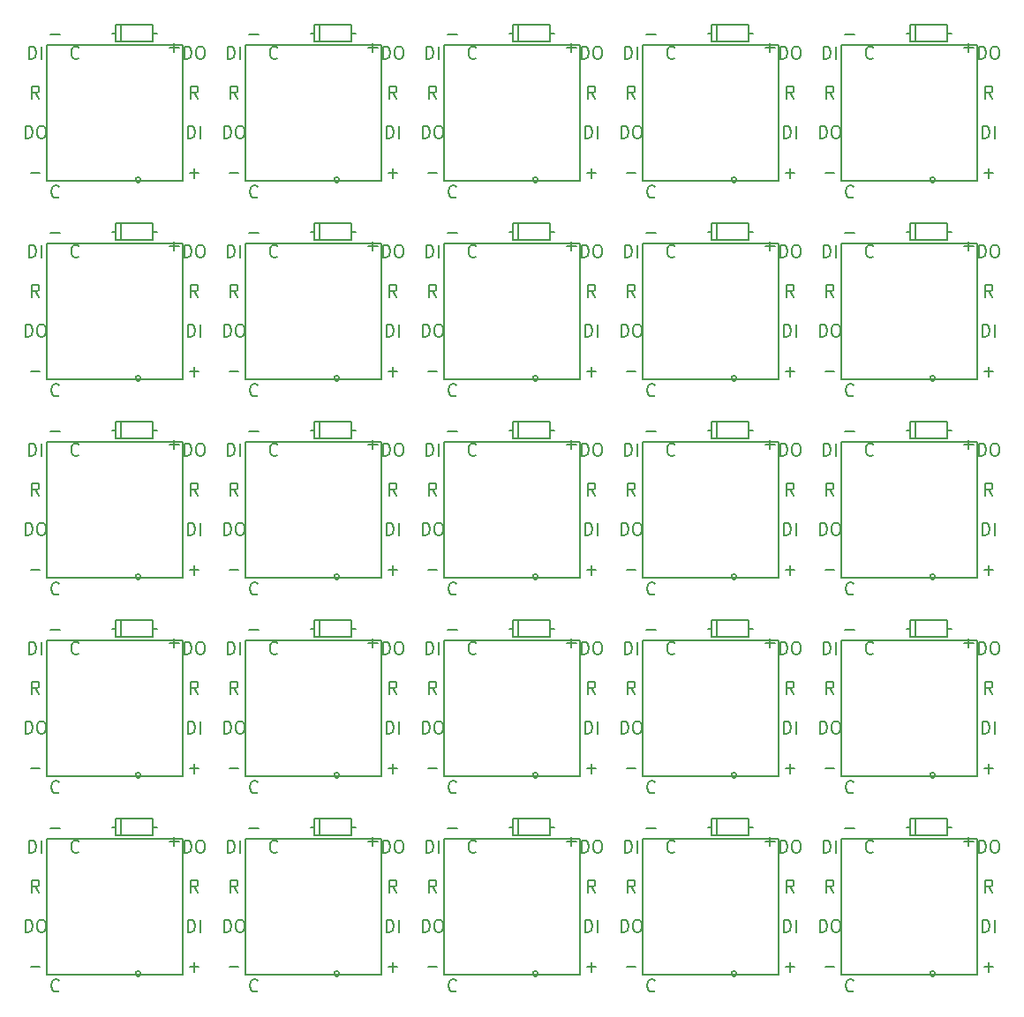
<source format=gto>
G04 #@! TF.GenerationSoftware,KiCad,Pcbnew,5.0.0-fee4fd1~66~ubuntu18.04.1*
G04 #@! TF.CreationDate,2018-09-16T19:45:11+09:00*
G04 #@! TF.ProjectId,MxLEDBit,4D784C45444269742E6B696361645F70,1*
G04 #@! TF.SameCoordinates,Original*
G04 #@! TF.FileFunction,Legend,Top*
G04 #@! TF.FilePolarity,Positive*
%FSLAX46Y46*%
G04 Gerber Fmt 4.6, Leading zero omitted, Abs format (unit mm)*
G04 Created by KiCad (PCBNEW 5.0.0-fee4fd1~66~ubuntu18.04.1) date Sun Sep 16 19:45:11 2018*
%MOMM*%
%LPD*%
G01*
G04 APERTURE LIST*
%ADD10C,0.200000*%
%ADD11C,0.150000*%
G04 APERTURE END LIST*
D10*
X156245000Y-105952857D02*
X156245000Y-104752857D01*
X156530714Y-104752857D01*
X156702142Y-104810000D01*
X156816428Y-104924285D01*
X156873571Y-105038571D01*
X156930714Y-105267142D01*
X156930714Y-105438571D01*
X156873571Y-105667142D01*
X156816428Y-105781428D01*
X156702142Y-105895714D01*
X156530714Y-105952857D01*
X156245000Y-105952857D01*
X157445000Y-105952857D02*
X157445000Y-104752857D01*
X171627857Y-116925714D02*
X172542142Y-116925714D01*
X172085000Y-117382857D02*
X172085000Y-116468571D01*
X158292857Y-103590714D02*
X159207142Y-103590714D01*
X169722857Y-104860714D02*
X170637142Y-104860714D01*
X170180000Y-105317857D02*
X170180000Y-104403571D01*
X155902142Y-113572857D02*
X155902142Y-112372857D01*
X156187857Y-112372857D01*
X156359285Y-112430000D01*
X156473571Y-112544285D01*
X156530714Y-112658571D01*
X156587857Y-112887142D01*
X156587857Y-113058571D01*
X156530714Y-113287142D01*
X156473571Y-113401428D01*
X156359285Y-113515714D01*
X156187857Y-113572857D01*
X155902142Y-113572857D01*
X157330714Y-112372857D02*
X157559285Y-112372857D01*
X157673571Y-112430000D01*
X157787857Y-112544285D01*
X157845000Y-112772857D01*
X157845000Y-113172857D01*
X157787857Y-113401428D01*
X157673571Y-113515714D01*
X157559285Y-113572857D01*
X157330714Y-113572857D01*
X157216428Y-113515714D01*
X157102142Y-113401428D01*
X157045000Y-113172857D01*
X157045000Y-112772857D01*
X157102142Y-112544285D01*
X157216428Y-112430000D01*
X157330714Y-112372857D01*
X156387857Y-116925714D02*
X157302142Y-116925714D01*
X172456428Y-109762857D02*
X172056428Y-109191428D01*
X171770714Y-109762857D02*
X171770714Y-108562857D01*
X172227857Y-108562857D01*
X172342142Y-108620000D01*
X172399285Y-108677142D01*
X172456428Y-108791428D01*
X172456428Y-108962857D01*
X172399285Y-109077142D01*
X172342142Y-109134285D01*
X172227857Y-109191428D01*
X171770714Y-109191428D01*
X171485000Y-113572857D02*
X171485000Y-112372857D01*
X171770714Y-112372857D01*
X171942142Y-112430000D01*
X172056428Y-112544285D01*
X172113571Y-112658571D01*
X172170714Y-112887142D01*
X172170714Y-113058571D01*
X172113571Y-113287142D01*
X172056428Y-113401428D01*
X171942142Y-113515714D01*
X171770714Y-113572857D01*
X171485000Y-113572857D01*
X172685000Y-113572857D02*
X172685000Y-112372857D01*
X159121428Y-119173571D02*
X159064285Y-119230714D01*
X158892857Y-119287857D01*
X158778571Y-119287857D01*
X158607142Y-119230714D01*
X158492857Y-119116428D01*
X158435714Y-119002142D01*
X158378571Y-118773571D01*
X158378571Y-118602142D01*
X158435714Y-118373571D01*
X158492857Y-118259285D01*
X158607142Y-118145000D01*
X158778571Y-118087857D01*
X158892857Y-118087857D01*
X159064285Y-118145000D01*
X159121428Y-118202142D01*
X157216428Y-109762857D02*
X156816428Y-109191428D01*
X156530714Y-109762857D02*
X156530714Y-108562857D01*
X156987857Y-108562857D01*
X157102142Y-108620000D01*
X157159285Y-108677142D01*
X157216428Y-108791428D01*
X157216428Y-108962857D01*
X157159285Y-109077142D01*
X157102142Y-109134285D01*
X156987857Y-109191428D01*
X156530714Y-109191428D01*
X161026428Y-105838571D02*
X160969285Y-105895714D01*
X160797857Y-105952857D01*
X160683571Y-105952857D01*
X160512142Y-105895714D01*
X160397857Y-105781428D01*
X160340714Y-105667142D01*
X160283571Y-105438571D01*
X160283571Y-105267142D01*
X160340714Y-105038571D01*
X160397857Y-104924285D01*
X160512142Y-104810000D01*
X160683571Y-104752857D01*
X160797857Y-104752857D01*
X160969285Y-104810000D01*
X161026428Y-104867142D01*
X171142142Y-105952857D02*
X171142142Y-104752857D01*
X171427857Y-104752857D01*
X171599285Y-104810000D01*
X171713571Y-104924285D01*
X171770714Y-105038571D01*
X171827857Y-105267142D01*
X171827857Y-105438571D01*
X171770714Y-105667142D01*
X171713571Y-105781428D01*
X171599285Y-105895714D01*
X171427857Y-105952857D01*
X171142142Y-105952857D01*
X172570714Y-104752857D02*
X172799285Y-104752857D01*
X172913571Y-104810000D01*
X173027857Y-104924285D01*
X173085000Y-105152857D01*
X173085000Y-105552857D01*
X173027857Y-105781428D01*
X172913571Y-105895714D01*
X172799285Y-105952857D01*
X172570714Y-105952857D01*
X172456428Y-105895714D01*
X172342142Y-105781428D01*
X172285000Y-105552857D01*
X172285000Y-105152857D01*
X172342142Y-104924285D01*
X172456428Y-104810000D01*
X172570714Y-104752857D01*
X156245000Y-48802857D02*
X156245000Y-47602857D01*
X156530714Y-47602857D01*
X156702142Y-47660000D01*
X156816428Y-47774285D01*
X156873571Y-47888571D01*
X156930714Y-48117142D01*
X156930714Y-48288571D01*
X156873571Y-48517142D01*
X156816428Y-48631428D01*
X156702142Y-48745714D01*
X156530714Y-48802857D01*
X156245000Y-48802857D01*
X157445000Y-48802857D02*
X157445000Y-47602857D01*
X156245000Y-67852857D02*
X156245000Y-66652857D01*
X156530714Y-66652857D01*
X156702142Y-66710000D01*
X156816428Y-66824285D01*
X156873571Y-66938571D01*
X156930714Y-67167142D01*
X156930714Y-67338571D01*
X156873571Y-67567142D01*
X156816428Y-67681428D01*
X156702142Y-67795714D01*
X156530714Y-67852857D01*
X156245000Y-67852857D01*
X157445000Y-67852857D02*
X157445000Y-66652857D01*
X156245000Y-86902857D02*
X156245000Y-85702857D01*
X156530714Y-85702857D01*
X156702142Y-85760000D01*
X156816428Y-85874285D01*
X156873571Y-85988571D01*
X156930714Y-86217142D01*
X156930714Y-86388571D01*
X156873571Y-86617142D01*
X156816428Y-86731428D01*
X156702142Y-86845714D01*
X156530714Y-86902857D01*
X156245000Y-86902857D01*
X157445000Y-86902857D02*
X157445000Y-85702857D01*
X171627857Y-59775714D02*
X172542142Y-59775714D01*
X172085000Y-60232857D02*
X172085000Y-59318571D01*
X171627857Y-78825714D02*
X172542142Y-78825714D01*
X172085000Y-79282857D02*
X172085000Y-78368571D01*
X171627857Y-97875714D02*
X172542142Y-97875714D01*
X172085000Y-98332857D02*
X172085000Y-97418571D01*
X158292857Y-46440714D02*
X159207142Y-46440714D01*
X158292857Y-65490714D02*
X159207142Y-65490714D01*
X158292857Y-84540714D02*
X159207142Y-84540714D01*
X169722857Y-47710714D02*
X170637142Y-47710714D01*
X170180000Y-48167857D02*
X170180000Y-47253571D01*
X169722857Y-66760714D02*
X170637142Y-66760714D01*
X170180000Y-67217857D02*
X170180000Y-66303571D01*
X169722857Y-85810714D02*
X170637142Y-85810714D01*
X170180000Y-86267857D02*
X170180000Y-85353571D01*
X155902142Y-56422857D02*
X155902142Y-55222857D01*
X156187857Y-55222857D01*
X156359285Y-55280000D01*
X156473571Y-55394285D01*
X156530714Y-55508571D01*
X156587857Y-55737142D01*
X156587857Y-55908571D01*
X156530714Y-56137142D01*
X156473571Y-56251428D01*
X156359285Y-56365714D01*
X156187857Y-56422857D01*
X155902142Y-56422857D01*
X157330714Y-55222857D02*
X157559285Y-55222857D01*
X157673571Y-55280000D01*
X157787857Y-55394285D01*
X157845000Y-55622857D01*
X157845000Y-56022857D01*
X157787857Y-56251428D01*
X157673571Y-56365714D01*
X157559285Y-56422857D01*
X157330714Y-56422857D01*
X157216428Y-56365714D01*
X157102142Y-56251428D01*
X157045000Y-56022857D01*
X157045000Y-55622857D01*
X157102142Y-55394285D01*
X157216428Y-55280000D01*
X157330714Y-55222857D01*
X155902142Y-75472857D02*
X155902142Y-74272857D01*
X156187857Y-74272857D01*
X156359285Y-74330000D01*
X156473571Y-74444285D01*
X156530714Y-74558571D01*
X156587857Y-74787142D01*
X156587857Y-74958571D01*
X156530714Y-75187142D01*
X156473571Y-75301428D01*
X156359285Y-75415714D01*
X156187857Y-75472857D01*
X155902142Y-75472857D01*
X157330714Y-74272857D02*
X157559285Y-74272857D01*
X157673571Y-74330000D01*
X157787857Y-74444285D01*
X157845000Y-74672857D01*
X157845000Y-75072857D01*
X157787857Y-75301428D01*
X157673571Y-75415714D01*
X157559285Y-75472857D01*
X157330714Y-75472857D01*
X157216428Y-75415714D01*
X157102142Y-75301428D01*
X157045000Y-75072857D01*
X157045000Y-74672857D01*
X157102142Y-74444285D01*
X157216428Y-74330000D01*
X157330714Y-74272857D01*
X155902142Y-94522857D02*
X155902142Y-93322857D01*
X156187857Y-93322857D01*
X156359285Y-93380000D01*
X156473571Y-93494285D01*
X156530714Y-93608571D01*
X156587857Y-93837142D01*
X156587857Y-94008571D01*
X156530714Y-94237142D01*
X156473571Y-94351428D01*
X156359285Y-94465714D01*
X156187857Y-94522857D01*
X155902142Y-94522857D01*
X157330714Y-93322857D02*
X157559285Y-93322857D01*
X157673571Y-93380000D01*
X157787857Y-93494285D01*
X157845000Y-93722857D01*
X157845000Y-94122857D01*
X157787857Y-94351428D01*
X157673571Y-94465714D01*
X157559285Y-94522857D01*
X157330714Y-94522857D01*
X157216428Y-94465714D01*
X157102142Y-94351428D01*
X157045000Y-94122857D01*
X157045000Y-93722857D01*
X157102142Y-93494285D01*
X157216428Y-93380000D01*
X157330714Y-93322857D01*
X156387857Y-59775714D02*
X157302142Y-59775714D01*
X156387857Y-78825714D02*
X157302142Y-78825714D01*
X156387857Y-97875714D02*
X157302142Y-97875714D01*
X172456428Y-52612857D02*
X172056428Y-52041428D01*
X171770714Y-52612857D02*
X171770714Y-51412857D01*
X172227857Y-51412857D01*
X172342142Y-51470000D01*
X172399285Y-51527142D01*
X172456428Y-51641428D01*
X172456428Y-51812857D01*
X172399285Y-51927142D01*
X172342142Y-51984285D01*
X172227857Y-52041428D01*
X171770714Y-52041428D01*
X172456428Y-71662857D02*
X172056428Y-71091428D01*
X171770714Y-71662857D02*
X171770714Y-70462857D01*
X172227857Y-70462857D01*
X172342142Y-70520000D01*
X172399285Y-70577142D01*
X172456428Y-70691428D01*
X172456428Y-70862857D01*
X172399285Y-70977142D01*
X172342142Y-71034285D01*
X172227857Y-71091428D01*
X171770714Y-71091428D01*
X172456428Y-90712857D02*
X172056428Y-90141428D01*
X171770714Y-90712857D02*
X171770714Y-89512857D01*
X172227857Y-89512857D01*
X172342142Y-89570000D01*
X172399285Y-89627142D01*
X172456428Y-89741428D01*
X172456428Y-89912857D01*
X172399285Y-90027142D01*
X172342142Y-90084285D01*
X172227857Y-90141428D01*
X171770714Y-90141428D01*
X171485000Y-56422857D02*
X171485000Y-55222857D01*
X171770714Y-55222857D01*
X171942142Y-55280000D01*
X172056428Y-55394285D01*
X172113571Y-55508571D01*
X172170714Y-55737142D01*
X172170714Y-55908571D01*
X172113571Y-56137142D01*
X172056428Y-56251428D01*
X171942142Y-56365714D01*
X171770714Y-56422857D01*
X171485000Y-56422857D01*
X172685000Y-56422857D02*
X172685000Y-55222857D01*
X171485000Y-75472857D02*
X171485000Y-74272857D01*
X171770714Y-74272857D01*
X171942142Y-74330000D01*
X172056428Y-74444285D01*
X172113571Y-74558571D01*
X172170714Y-74787142D01*
X172170714Y-74958571D01*
X172113571Y-75187142D01*
X172056428Y-75301428D01*
X171942142Y-75415714D01*
X171770714Y-75472857D01*
X171485000Y-75472857D01*
X172685000Y-75472857D02*
X172685000Y-74272857D01*
X171485000Y-94522857D02*
X171485000Y-93322857D01*
X171770714Y-93322857D01*
X171942142Y-93380000D01*
X172056428Y-93494285D01*
X172113571Y-93608571D01*
X172170714Y-93837142D01*
X172170714Y-94008571D01*
X172113571Y-94237142D01*
X172056428Y-94351428D01*
X171942142Y-94465714D01*
X171770714Y-94522857D01*
X171485000Y-94522857D01*
X172685000Y-94522857D02*
X172685000Y-93322857D01*
X159121428Y-62023571D02*
X159064285Y-62080714D01*
X158892857Y-62137857D01*
X158778571Y-62137857D01*
X158607142Y-62080714D01*
X158492857Y-61966428D01*
X158435714Y-61852142D01*
X158378571Y-61623571D01*
X158378571Y-61452142D01*
X158435714Y-61223571D01*
X158492857Y-61109285D01*
X158607142Y-60995000D01*
X158778571Y-60937857D01*
X158892857Y-60937857D01*
X159064285Y-60995000D01*
X159121428Y-61052142D01*
X159121428Y-81073571D02*
X159064285Y-81130714D01*
X158892857Y-81187857D01*
X158778571Y-81187857D01*
X158607142Y-81130714D01*
X158492857Y-81016428D01*
X158435714Y-80902142D01*
X158378571Y-80673571D01*
X158378571Y-80502142D01*
X158435714Y-80273571D01*
X158492857Y-80159285D01*
X158607142Y-80045000D01*
X158778571Y-79987857D01*
X158892857Y-79987857D01*
X159064285Y-80045000D01*
X159121428Y-80102142D01*
X159121428Y-100123571D02*
X159064285Y-100180714D01*
X158892857Y-100237857D01*
X158778571Y-100237857D01*
X158607142Y-100180714D01*
X158492857Y-100066428D01*
X158435714Y-99952142D01*
X158378571Y-99723571D01*
X158378571Y-99552142D01*
X158435714Y-99323571D01*
X158492857Y-99209285D01*
X158607142Y-99095000D01*
X158778571Y-99037857D01*
X158892857Y-99037857D01*
X159064285Y-99095000D01*
X159121428Y-99152142D01*
X157216428Y-52612857D02*
X156816428Y-52041428D01*
X156530714Y-52612857D02*
X156530714Y-51412857D01*
X156987857Y-51412857D01*
X157102142Y-51470000D01*
X157159285Y-51527142D01*
X157216428Y-51641428D01*
X157216428Y-51812857D01*
X157159285Y-51927142D01*
X157102142Y-51984285D01*
X156987857Y-52041428D01*
X156530714Y-52041428D01*
X157216428Y-71662857D02*
X156816428Y-71091428D01*
X156530714Y-71662857D02*
X156530714Y-70462857D01*
X156987857Y-70462857D01*
X157102142Y-70520000D01*
X157159285Y-70577142D01*
X157216428Y-70691428D01*
X157216428Y-70862857D01*
X157159285Y-70977142D01*
X157102142Y-71034285D01*
X156987857Y-71091428D01*
X156530714Y-71091428D01*
X157216428Y-90712857D02*
X156816428Y-90141428D01*
X156530714Y-90712857D02*
X156530714Y-89512857D01*
X156987857Y-89512857D01*
X157102142Y-89570000D01*
X157159285Y-89627142D01*
X157216428Y-89741428D01*
X157216428Y-89912857D01*
X157159285Y-90027142D01*
X157102142Y-90084285D01*
X156987857Y-90141428D01*
X156530714Y-90141428D01*
X161026428Y-48688571D02*
X160969285Y-48745714D01*
X160797857Y-48802857D01*
X160683571Y-48802857D01*
X160512142Y-48745714D01*
X160397857Y-48631428D01*
X160340714Y-48517142D01*
X160283571Y-48288571D01*
X160283571Y-48117142D01*
X160340714Y-47888571D01*
X160397857Y-47774285D01*
X160512142Y-47660000D01*
X160683571Y-47602857D01*
X160797857Y-47602857D01*
X160969285Y-47660000D01*
X161026428Y-47717142D01*
X161026428Y-67738571D02*
X160969285Y-67795714D01*
X160797857Y-67852857D01*
X160683571Y-67852857D01*
X160512142Y-67795714D01*
X160397857Y-67681428D01*
X160340714Y-67567142D01*
X160283571Y-67338571D01*
X160283571Y-67167142D01*
X160340714Y-66938571D01*
X160397857Y-66824285D01*
X160512142Y-66710000D01*
X160683571Y-66652857D01*
X160797857Y-66652857D01*
X160969285Y-66710000D01*
X161026428Y-66767142D01*
X161026428Y-86788571D02*
X160969285Y-86845714D01*
X160797857Y-86902857D01*
X160683571Y-86902857D01*
X160512142Y-86845714D01*
X160397857Y-86731428D01*
X160340714Y-86617142D01*
X160283571Y-86388571D01*
X160283571Y-86217142D01*
X160340714Y-85988571D01*
X160397857Y-85874285D01*
X160512142Y-85760000D01*
X160683571Y-85702857D01*
X160797857Y-85702857D01*
X160969285Y-85760000D01*
X161026428Y-85817142D01*
X171142142Y-48802857D02*
X171142142Y-47602857D01*
X171427857Y-47602857D01*
X171599285Y-47660000D01*
X171713571Y-47774285D01*
X171770714Y-47888571D01*
X171827857Y-48117142D01*
X171827857Y-48288571D01*
X171770714Y-48517142D01*
X171713571Y-48631428D01*
X171599285Y-48745714D01*
X171427857Y-48802857D01*
X171142142Y-48802857D01*
X172570714Y-47602857D02*
X172799285Y-47602857D01*
X172913571Y-47660000D01*
X173027857Y-47774285D01*
X173085000Y-48002857D01*
X173085000Y-48402857D01*
X173027857Y-48631428D01*
X172913571Y-48745714D01*
X172799285Y-48802857D01*
X172570714Y-48802857D01*
X172456428Y-48745714D01*
X172342142Y-48631428D01*
X172285000Y-48402857D01*
X172285000Y-48002857D01*
X172342142Y-47774285D01*
X172456428Y-47660000D01*
X172570714Y-47602857D01*
X171142142Y-67852857D02*
X171142142Y-66652857D01*
X171427857Y-66652857D01*
X171599285Y-66710000D01*
X171713571Y-66824285D01*
X171770714Y-66938571D01*
X171827857Y-67167142D01*
X171827857Y-67338571D01*
X171770714Y-67567142D01*
X171713571Y-67681428D01*
X171599285Y-67795714D01*
X171427857Y-67852857D01*
X171142142Y-67852857D01*
X172570714Y-66652857D02*
X172799285Y-66652857D01*
X172913571Y-66710000D01*
X173027857Y-66824285D01*
X173085000Y-67052857D01*
X173085000Y-67452857D01*
X173027857Y-67681428D01*
X172913571Y-67795714D01*
X172799285Y-67852857D01*
X172570714Y-67852857D01*
X172456428Y-67795714D01*
X172342142Y-67681428D01*
X172285000Y-67452857D01*
X172285000Y-67052857D01*
X172342142Y-66824285D01*
X172456428Y-66710000D01*
X172570714Y-66652857D01*
X171142142Y-86902857D02*
X171142142Y-85702857D01*
X171427857Y-85702857D01*
X171599285Y-85760000D01*
X171713571Y-85874285D01*
X171770714Y-85988571D01*
X171827857Y-86217142D01*
X171827857Y-86388571D01*
X171770714Y-86617142D01*
X171713571Y-86731428D01*
X171599285Y-86845714D01*
X171427857Y-86902857D01*
X171142142Y-86902857D01*
X172570714Y-85702857D02*
X172799285Y-85702857D01*
X172913571Y-85760000D01*
X173027857Y-85874285D01*
X173085000Y-86102857D01*
X173085000Y-86502857D01*
X173027857Y-86731428D01*
X172913571Y-86845714D01*
X172799285Y-86902857D01*
X172570714Y-86902857D01*
X172456428Y-86845714D01*
X172342142Y-86731428D01*
X172285000Y-86502857D01*
X172285000Y-86102857D01*
X172342142Y-85874285D01*
X172456428Y-85760000D01*
X172570714Y-85702857D01*
X161026428Y-124888571D02*
X160969285Y-124945714D01*
X160797857Y-125002857D01*
X160683571Y-125002857D01*
X160512142Y-124945714D01*
X160397857Y-124831428D01*
X160340714Y-124717142D01*
X160283571Y-124488571D01*
X160283571Y-124317142D01*
X160340714Y-124088571D01*
X160397857Y-123974285D01*
X160512142Y-123860000D01*
X160683571Y-123802857D01*
X160797857Y-123802857D01*
X160969285Y-123860000D01*
X161026428Y-123917142D01*
X171485000Y-132622857D02*
X171485000Y-131422857D01*
X171770714Y-131422857D01*
X171942142Y-131480000D01*
X172056428Y-131594285D01*
X172113571Y-131708571D01*
X172170714Y-131937142D01*
X172170714Y-132108571D01*
X172113571Y-132337142D01*
X172056428Y-132451428D01*
X171942142Y-132565714D01*
X171770714Y-132622857D01*
X171485000Y-132622857D01*
X172685000Y-132622857D02*
X172685000Y-131422857D01*
X157216428Y-128812857D02*
X156816428Y-128241428D01*
X156530714Y-128812857D02*
X156530714Y-127612857D01*
X156987857Y-127612857D01*
X157102142Y-127670000D01*
X157159285Y-127727142D01*
X157216428Y-127841428D01*
X157216428Y-128012857D01*
X157159285Y-128127142D01*
X157102142Y-128184285D01*
X156987857Y-128241428D01*
X156530714Y-128241428D01*
X171142142Y-125002857D02*
X171142142Y-123802857D01*
X171427857Y-123802857D01*
X171599285Y-123860000D01*
X171713571Y-123974285D01*
X171770714Y-124088571D01*
X171827857Y-124317142D01*
X171827857Y-124488571D01*
X171770714Y-124717142D01*
X171713571Y-124831428D01*
X171599285Y-124945714D01*
X171427857Y-125002857D01*
X171142142Y-125002857D01*
X172570714Y-123802857D02*
X172799285Y-123802857D01*
X172913571Y-123860000D01*
X173027857Y-123974285D01*
X173085000Y-124202857D01*
X173085000Y-124602857D01*
X173027857Y-124831428D01*
X172913571Y-124945714D01*
X172799285Y-125002857D01*
X172570714Y-125002857D01*
X172456428Y-124945714D01*
X172342142Y-124831428D01*
X172285000Y-124602857D01*
X172285000Y-124202857D01*
X172342142Y-123974285D01*
X172456428Y-123860000D01*
X172570714Y-123802857D01*
X156245000Y-125002857D02*
X156245000Y-123802857D01*
X156530714Y-123802857D01*
X156702142Y-123860000D01*
X156816428Y-123974285D01*
X156873571Y-124088571D01*
X156930714Y-124317142D01*
X156930714Y-124488571D01*
X156873571Y-124717142D01*
X156816428Y-124831428D01*
X156702142Y-124945714D01*
X156530714Y-125002857D01*
X156245000Y-125002857D01*
X157445000Y-125002857D02*
X157445000Y-123802857D01*
X169722857Y-123910714D02*
X170637142Y-123910714D01*
X170180000Y-124367857D02*
X170180000Y-123453571D01*
X172456428Y-128812857D02*
X172056428Y-128241428D01*
X171770714Y-128812857D02*
X171770714Y-127612857D01*
X172227857Y-127612857D01*
X172342142Y-127670000D01*
X172399285Y-127727142D01*
X172456428Y-127841428D01*
X172456428Y-128012857D01*
X172399285Y-128127142D01*
X172342142Y-128184285D01*
X172227857Y-128241428D01*
X171770714Y-128241428D01*
X156387857Y-135975714D02*
X157302142Y-135975714D01*
X171627857Y-135975714D02*
X172542142Y-135975714D01*
X172085000Y-136432857D02*
X172085000Y-135518571D01*
X158292857Y-122640714D02*
X159207142Y-122640714D01*
X155902142Y-132622857D02*
X155902142Y-131422857D01*
X156187857Y-131422857D01*
X156359285Y-131480000D01*
X156473571Y-131594285D01*
X156530714Y-131708571D01*
X156587857Y-131937142D01*
X156587857Y-132108571D01*
X156530714Y-132337142D01*
X156473571Y-132451428D01*
X156359285Y-132565714D01*
X156187857Y-132622857D01*
X155902142Y-132622857D01*
X157330714Y-131422857D02*
X157559285Y-131422857D01*
X157673571Y-131480000D01*
X157787857Y-131594285D01*
X157845000Y-131822857D01*
X157845000Y-132222857D01*
X157787857Y-132451428D01*
X157673571Y-132565714D01*
X157559285Y-132622857D01*
X157330714Y-132622857D01*
X157216428Y-132565714D01*
X157102142Y-132451428D01*
X157045000Y-132222857D01*
X157045000Y-131822857D01*
X157102142Y-131594285D01*
X157216428Y-131480000D01*
X157330714Y-131422857D01*
X159121428Y-138223571D02*
X159064285Y-138280714D01*
X158892857Y-138337857D01*
X158778571Y-138337857D01*
X158607142Y-138280714D01*
X158492857Y-138166428D01*
X158435714Y-138052142D01*
X158378571Y-137823571D01*
X158378571Y-137652142D01*
X158435714Y-137423571D01*
X158492857Y-137309285D01*
X158607142Y-137195000D01*
X158778571Y-137137857D01*
X158892857Y-137137857D01*
X159064285Y-137195000D01*
X159121428Y-137252142D01*
X152092142Y-125002857D02*
X152092142Y-123802857D01*
X152377857Y-123802857D01*
X152549285Y-123860000D01*
X152663571Y-123974285D01*
X152720714Y-124088571D01*
X152777857Y-124317142D01*
X152777857Y-124488571D01*
X152720714Y-124717142D01*
X152663571Y-124831428D01*
X152549285Y-124945714D01*
X152377857Y-125002857D01*
X152092142Y-125002857D01*
X153520714Y-123802857D02*
X153749285Y-123802857D01*
X153863571Y-123860000D01*
X153977857Y-123974285D01*
X154035000Y-124202857D01*
X154035000Y-124602857D01*
X153977857Y-124831428D01*
X153863571Y-124945714D01*
X153749285Y-125002857D01*
X153520714Y-125002857D01*
X153406428Y-124945714D01*
X153292142Y-124831428D01*
X153235000Y-124602857D01*
X153235000Y-124202857D01*
X153292142Y-123974285D01*
X153406428Y-123860000D01*
X153520714Y-123802857D01*
X133042142Y-125002857D02*
X133042142Y-123802857D01*
X133327857Y-123802857D01*
X133499285Y-123860000D01*
X133613571Y-123974285D01*
X133670714Y-124088571D01*
X133727857Y-124317142D01*
X133727857Y-124488571D01*
X133670714Y-124717142D01*
X133613571Y-124831428D01*
X133499285Y-124945714D01*
X133327857Y-125002857D01*
X133042142Y-125002857D01*
X134470714Y-123802857D02*
X134699285Y-123802857D01*
X134813571Y-123860000D01*
X134927857Y-123974285D01*
X134985000Y-124202857D01*
X134985000Y-124602857D01*
X134927857Y-124831428D01*
X134813571Y-124945714D01*
X134699285Y-125002857D01*
X134470714Y-125002857D01*
X134356428Y-124945714D01*
X134242142Y-124831428D01*
X134185000Y-124602857D01*
X134185000Y-124202857D01*
X134242142Y-123974285D01*
X134356428Y-123860000D01*
X134470714Y-123802857D01*
X113992142Y-125002857D02*
X113992142Y-123802857D01*
X114277857Y-123802857D01*
X114449285Y-123860000D01*
X114563571Y-123974285D01*
X114620714Y-124088571D01*
X114677857Y-124317142D01*
X114677857Y-124488571D01*
X114620714Y-124717142D01*
X114563571Y-124831428D01*
X114449285Y-124945714D01*
X114277857Y-125002857D01*
X113992142Y-125002857D01*
X115420714Y-123802857D02*
X115649285Y-123802857D01*
X115763571Y-123860000D01*
X115877857Y-123974285D01*
X115935000Y-124202857D01*
X115935000Y-124602857D01*
X115877857Y-124831428D01*
X115763571Y-124945714D01*
X115649285Y-125002857D01*
X115420714Y-125002857D01*
X115306428Y-124945714D01*
X115192142Y-124831428D01*
X115135000Y-124602857D01*
X115135000Y-124202857D01*
X115192142Y-123974285D01*
X115306428Y-123860000D01*
X115420714Y-123802857D01*
X94942142Y-125002857D02*
X94942142Y-123802857D01*
X95227857Y-123802857D01*
X95399285Y-123860000D01*
X95513571Y-123974285D01*
X95570714Y-124088571D01*
X95627857Y-124317142D01*
X95627857Y-124488571D01*
X95570714Y-124717142D01*
X95513571Y-124831428D01*
X95399285Y-124945714D01*
X95227857Y-125002857D01*
X94942142Y-125002857D01*
X96370714Y-123802857D02*
X96599285Y-123802857D01*
X96713571Y-123860000D01*
X96827857Y-123974285D01*
X96885000Y-124202857D01*
X96885000Y-124602857D01*
X96827857Y-124831428D01*
X96713571Y-124945714D01*
X96599285Y-125002857D01*
X96370714Y-125002857D01*
X96256428Y-124945714D01*
X96142142Y-124831428D01*
X96085000Y-124602857D01*
X96085000Y-124202857D01*
X96142142Y-123974285D01*
X96256428Y-123860000D01*
X96370714Y-123802857D01*
X152092142Y-105952857D02*
X152092142Y-104752857D01*
X152377857Y-104752857D01*
X152549285Y-104810000D01*
X152663571Y-104924285D01*
X152720714Y-105038571D01*
X152777857Y-105267142D01*
X152777857Y-105438571D01*
X152720714Y-105667142D01*
X152663571Y-105781428D01*
X152549285Y-105895714D01*
X152377857Y-105952857D01*
X152092142Y-105952857D01*
X153520714Y-104752857D02*
X153749285Y-104752857D01*
X153863571Y-104810000D01*
X153977857Y-104924285D01*
X154035000Y-105152857D01*
X154035000Y-105552857D01*
X153977857Y-105781428D01*
X153863571Y-105895714D01*
X153749285Y-105952857D01*
X153520714Y-105952857D01*
X153406428Y-105895714D01*
X153292142Y-105781428D01*
X153235000Y-105552857D01*
X153235000Y-105152857D01*
X153292142Y-104924285D01*
X153406428Y-104810000D01*
X153520714Y-104752857D01*
X133042142Y-105952857D02*
X133042142Y-104752857D01*
X133327857Y-104752857D01*
X133499285Y-104810000D01*
X133613571Y-104924285D01*
X133670714Y-105038571D01*
X133727857Y-105267142D01*
X133727857Y-105438571D01*
X133670714Y-105667142D01*
X133613571Y-105781428D01*
X133499285Y-105895714D01*
X133327857Y-105952857D01*
X133042142Y-105952857D01*
X134470714Y-104752857D02*
X134699285Y-104752857D01*
X134813571Y-104810000D01*
X134927857Y-104924285D01*
X134985000Y-105152857D01*
X134985000Y-105552857D01*
X134927857Y-105781428D01*
X134813571Y-105895714D01*
X134699285Y-105952857D01*
X134470714Y-105952857D01*
X134356428Y-105895714D01*
X134242142Y-105781428D01*
X134185000Y-105552857D01*
X134185000Y-105152857D01*
X134242142Y-104924285D01*
X134356428Y-104810000D01*
X134470714Y-104752857D01*
X113992142Y-105952857D02*
X113992142Y-104752857D01*
X114277857Y-104752857D01*
X114449285Y-104810000D01*
X114563571Y-104924285D01*
X114620714Y-105038571D01*
X114677857Y-105267142D01*
X114677857Y-105438571D01*
X114620714Y-105667142D01*
X114563571Y-105781428D01*
X114449285Y-105895714D01*
X114277857Y-105952857D01*
X113992142Y-105952857D01*
X115420714Y-104752857D02*
X115649285Y-104752857D01*
X115763571Y-104810000D01*
X115877857Y-104924285D01*
X115935000Y-105152857D01*
X115935000Y-105552857D01*
X115877857Y-105781428D01*
X115763571Y-105895714D01*
X115649285Y-105952857D01*
X115420714Y-105952857D01*
X115306428Y-105895714D01*
X115192142Y-105781428D01*
X115135000Y-105552857D01*
X115135000Y-105152857D01*
X115192142Y-104924285D01*
X115306428Y-104810000D01*
X115420714Y-104752857D01*
X94942142Y-105952857D02*
X94942142Y-104752857D01*
X95227857Y-104752857D01*
X95399285Y-104810000D01*
X95513571Y-104924285D01*
X95570714Y-105038571D01*
X95627857Y-105267142D01*
X95627857Y-105438571D01*
X95570714Y-105667142D01*
X95513571Y-105781428D01*
X95399285Y-105895714D01*
X95227857Y-105952857D01*
X94942142Y-105952857D01*
X96370714Y-104752857D02*
X96599285Y-104752857D01*
X96713571Y-104810000D01*
X96827857Y-104924285D01*
X96885000Y-105152857D01*
X96885000Y-105552857D01*
X96827857Y-105781428D01*
X96713571Y-105895714D01*
X96599285Y-105952857D01*
X96370714Y-105952857D01*
X96256428Y-105895714D01*
X96142142Y-105781428D01*
X96085000Y-105552857D01*
X96085000Y-105152857D01*
X96142142Y-104924285D01*
X96256428Y-104810000D01*
X96370714Y-104752857D01*
X152092142Y-86902857D02*
X152092142Y-85702857D01*
X152377857Y-85702857D01*
X152549285Y-85760000D01*
X152663571Y-85874285D01*
X152720714Y-85988571D01*
X152777857Y-86217142D01*
X152777857Y-86388571D01*
X152720714Y-86617142D01*
X152663571Y-86731428D01*
X152549285Y-86845714D01*
X152377857Y-86902857D01*
X152092142Y-86902857D01*
X153520714Y-85702857D02*
X153749285Y-85702857D01*
X153863571Y-85760000D01*
X153977857Y-85874285D01*
X154035000Y-86102857D01*
X154035000Y-86502857D01*
X153977857Y-86731428D01*
X153863571Y-86845714D01*
X153749285Y-86902857D01*
X153520714Y-86902857D01*
X153406428Y-86845714D01*
X153292142Y-86731428D01*
X153235000Y-86502857D01*
X153235000Y-86102857D01*
X153292142Y-85874285D01*
X153406428Y-85760000D01*
X153520714Y-85702857D01*
X133042142Y-86902857D02*
X133042142Y-85702857D01*
X133327857Y-85702857D01*
X133499285Y-85760000D01*
X133613571Y-85874285D01*
X133670714Y-85988571D01*
X133727857Y-86217142D01*
X133727857Y-86388571D01*
X133670714Y-86617142D01*
X133613571Y-86731428D01*
X133499285Y-86845714D01*
X133327857Y-86902857D01*
X133042142Y-86902857D01*
X134470714Y-85702857D02*
X134699285Y-85702857D01*
X134813571Y-85760000D01*
X134927857Y-85874285D01*
X134985000Y-86102857D01*
X134985000Y-86502857D01*
X134927857Y-86731428D01*
X134813571Y-86845714D01*
X134699285Y-86902857D01*
X134470714Y-86902857D01*
X134356428Y-86845714D01*
X134242142Y-86731428D01*
X134185000Y-86502857D01*
X134185000Y-86102857D01*
X134242142Y-85874285D01*
X134356428Y-85760000D01*
X134470714Y-85702857D01*
X113992142Y-86902857D02*
X113992142Y-85702857D01*
X114277857Y-85702857D01*
X114449285Y-85760000D01*
X114563571Y-85874285D01*
X114620714Y-85988571D01*
X114677857Y-86217142D01*
X114677857Y-86388571D01*
X114620714Y-86617142D01*
X114563571Y-86731428D01*
X114449285Y-86845714D01*
X114277857Y-86902857D01*
X113992142Y-86902857D01*
X115420714Y-85702857D02*
X115649285Y-85702857D01*
X115763571Y-85760000D01*
X115877857Y-85874285D01*
X115935000Y-86102857D01*
X115935000Y-86502857D01*
X115877857Y-86731428D01*
X115763571Y-86845714D01*
X115649285Y-86902857D01*
X115420714Y-86902857D01*
X115306428Y-86845714D01*
X115192142Y-86731428D01*
X115135000Y-86502857D01*
X115135000Y-86102857D01*
X115192142Y-85874285D01*
X115306428Y-85760000D01*
X115420714Y-85702857D01*
X94942142Y-86902857D02*
X94942142Y-85702857D01*
X95227857Y-85702857D01*
X95399285Y-85760000D01*
X95513571Y-85874285D01*
X95570714Y-85988571D01*
X95627857Y-86217142D01*
X95627857Y-86388571D01*
X95570714Y-86617142D01*
X95513571Y-86731428D01*
X95399285Y-86845714D01*
X95227857Y-86902857D01*
X94942142Y-86902857D01*
X96370714Y-85702857D02*
X96599285Y-85702857D01*
X96713571Y-85760000D01*
X96827857Y-85874285D01*
X96885000Y-86102857D01*
X96885000Y-86502857D01*
X96827857Y-86731428D01*
X96713571Y-86845714D01*
X96599285Y-86902857D01*
X96370714Y-86902857D01*
X96256428Y-86845714D01*
X96142142Y-86731428D01*
X96085000Y-86502857D01*
X96085000Y-86102857D01*
X96142142Y-85874285D01*
X96256428Y-85760000D01*
X96370714Y-85702857D01*
X152092142Y-67852857D02*
X152092142Y-66652857D01*
X152377857Y-66652857D01*
X152549285Y-66710000D01*
X152663571Y-66824285D01*
X152720714Y-66938571D01*
X152777857Y-67167142D01*
X152777857Y-67338571D01*
X152720714Y-67567142D01*
X152663571Y-67681428D01*
X152549285Y-67795714D01*
X152377857Y-67852857D01*
X152092142Y-67852857D01*
X153520714Y-66652857D02*
X153749285Y-66652857D01*
X153863571Y-66710000D01*
X153977857Y-66824285D01*
X154035000Y-67052857D01*
X154035000Y-67452857D01*
X153977857Y-67681428D01*
X153863571Y-67795714D01*
X153749285Y-67852857D01*
X153520714Y-67852857D01*
X153406428Y-67795714D01*
X153292142Y-67681428D01*
X153235000Y-67452857D01*
X153235000Y-67052857D01*
X153292142Y-66824285D01*
X153406428Y-66710000D01*
X153520714Y-66652857D01*
X133042142Y-67852857D02*
X133042142Y-66652857D01*
X133327857Y-66652857D01*
X133499285Y-66710000D01*
X133613571Y-66824285D01*
X133670714Y-66938571D01*
X133727857Y-67167142D01*
X133727857Y-67338571D01*
X133670714Y-67567142D01*
X133613571Y-67681428D01*
X133499285Y-67795714D01*
X133327857Y-67852857D01*
X133042142Y-67852857D01*
X134470714Y-66652857D02*
X134699285Y-66652857D01*
X134813571Y-66710000D01*
X134927857Y-66824285D01*
X134985000Y-67052857D01*
X134985000Y-67452857D01*
X134927857Y-67681428D01*
X134813571Y-67795714D01*
X134699285Y-67852857D01*
X134470714Y-67852857D01*
X134356428Y-67795714D01*
X134242142Y-67681428D01*
X134185000Y-67452857D01*
X134185000Y-67052857D01*
X134242142Y-66824285D01*
X134356428Y-66710000D01*
X134470714Y-66652857D01*
X113992142Y-67852857D02*
X113992142Y-66652857D01*
X114277857Y-66652857D01*
X114449285Y-66710000D01*
X114563571Y-66824285D01*
X114620714Y-66938571D01*
X114677857Y-67167142D01*
X114677857Y-67338571D01*
X114620714Y-67567142D01*
X114563571Y-67681428D01*
X114449285Y-67795714D01*
X114277857Y-67852857D01*
X113992142Y-67852857D01*
X115420714Y-66652857D02*
X115649285Y-66652857D01*
X115763571Y-66710000D01*
X115877857Y-66824285D01*
X115935000Y-67052857D01*
X115935000Y-67452857D01*
X115877857Y-67681428D01*
X115763571Y-67795714D01*
X115649285Y-67852857D01*
X115420714Y-67852857D01*
X115306428Y-67795714D01*
X115192142Y-67681428D01*
X115135000Y-67452857D01*
X115135000Y-67052857D01*
X115192142Y-66824285D01*
X115306428Y-66710000D01*
X115420714Y-66652857D01*
X94942142Y-67852857D02*
X94942142Y-66652857D01*
X95227857Y-66652857D01*
X95399285Y-66710000D01*
X95513571Y-66824285D01*
X95570714Y-66938571D01*
X95627857Y-67167142D01*
X95627857Y-67338571D01*
X95570714Y-67567142D01*
X95513571Y-67681428D01*
X95399285Y-67795714D01*
X95227857Y-67852857D01*
X94942142Y-67852857D01*
X96370714Y-66652857D02*
X96599285Y-66652857D01*
X96713571Y-66710000D01*
X96827857Y-66824285D01*
X96885000Y-67052857D01*
X96885000Y-67452857D01*
X96827857Y-67681428D01*
X96713571Y-67795714D01*
X96599285Y-67852857D01*
X96370714Y-67852857D01*
X96256428Y-67795714D01*
X96142142Y-67681428D01*
X96085000Y-67452857D01*
X96085000Y-67052857D01*
X96142142Y-66824285D01*
X96256428Y-66710000D01*
X96370714Y-66652857D01*
X152092142Y-48802857D02*
X152092142Y-47602857D01*
X152377857Y-47602857D01*
X152549285Y-47660000D01*
X152663571Y-47774285D01*
X152720714Y-47888571D01*
X152777857Y-48117142D01*
X152777857Y-48288571D01*
X152720714Y-48517142D01*
X152663571Y-48631428D01*
X152549285Y-48745714D01*
X152377857Y-48802857D01*
X152092142Y-48802857D01*
X153520714Y-47602857D02*
X153749285Y-47602857D01*
X153863571Y-47660000D01*
X153977857Y-47774285D01*
X154035000Y-48002857D01*
X154035000Y-48402857D01*
X153977857Y-48631428D01*
X153863571Y-48745714D01*
X153749285Y-48802857D01*
X153520714Y-48802857D01*
X153406428Y-48745714D01*
X153292142Y-48631428D01*
X153235000Y-48402857D01*
X153235000Y-48002857D01*
X153292142Y-47774285D01*
X153406428Y-47660000D01*
X153520714Y-47602857D01*
X133042142Y-48802857D02*
X133042142Y-47602857D01*
X133327857Y-47602857D01*
X133499285Y-47660000D01*
X133613571Y-47774285D01*
X133670714Y-47888571D01*
X133727857Y-48117142D01*
X133727857Y-48288571D01*
X133670714Y-48517142D01*
X133613571Y-48631428D01*
X133499285Y-48745714D01*
X133327857Y-48802857D01*
X133042142Y-48802857D01*
X134470714Y-47602857D02*
X134699285Y-47602857D01*
X134813571Y-47660000D01*
X134927857Y-47774285D01*
X134985000Y-48002857D01*
X134985000Y-48402857D01*
X134927857Y-48631428D01*
X134813571Y-48745714D01*
X134699285Y-48802857D01*
X134470714Y-48802857D01*
X134356428Y-48745714D01*
X134242142Y-48631428D01*
X134185000Y-48402857D01*
X134185000Y-48002857D01*
X134242142Y-47774285D01*
X134356428Y-47660000D01*
X134470714Y-47602857D01*
X113992142Y-48802857D02*
X113992142Y-47602857D01*
X114277857Y-47602857D01*
X114449285Y-47660000D01*
X114563571Y-47774285D01*
X114620714Y-47888571D01*
X114677857Y-48117142D01*
X114677857Y-48288571D01*
X114620714Y-48517142D01*
X114563571Y-48631428D01*
X114449285Y-48745714D01*
X114277857Y-48802857D01*
X113992142Y-48802857D01*
X115420714Y-47602857D02*
X115649285Y-47602857D01*
X115763571Y-47660000D01*
X115877857Y-47774285D01*
X115935000Y-48002857D01*
X115935000Y-48402857D01*
X115877857Y-48631428D01*
X115763571Y-48745714D01*
X115649285Y-48802857D01*
X115420714Y-48802857D01*
X115306428Y-48745714D01*
X115192142Y-48631428D01*
X115135000Y-48402857D01*
X115135000Y-48002857D01*
X115192142Y-47774285D01*
X115306428Y-47660000D01*
X115420714Y-47602857D01*
X141976428Y-124888571D02*
X141919285Y-124945714D01*
X141747857Y-125002857D01*
X141633571Y-125002857D01*
X141462142Y-124945714D01*
X141347857Y-124831428D01*
X141290714Y-124717142D01*
X141233571Y-124488571D01*
X141233571Y-124317142D01*
X141290714Y-124088571D01*
X141347857Y-123974285D01*
X141462142Y-123860000D01*
X141633571Y-123802857D01*
X141747857Y-123802857D01*
X141919285Y-123860000D01*
X141976428Y-123917142D01*
X122926428Y-124888571D02*
X122869285Y-124945714D01*
X122697857Y-125002857D01*
X122583571Y-125002857D01*
X122412142Y-124945714D01*
X122297857Y-124831428D01*
X122240714Y-124717142D01*
X122183571Y-124488571D01*
X122183571Y-124317142D01*
X122240714Y-124088571D01*
X122297857Y-123974285D01*
X122412142Y-123860000D01*
X122583571Y-123802857D01*
X122697857Y-123802857D01*
X122869285Y-123860000D01*
X122926428Y-123917142D01*
X103876428Y-124888571D02*
X103819285Y-124945714D01*
X103647857Y-125002857D01*
X103533571Y-125002857D01*
X103362142Y-124945714D01*
X103247857Y-124831428D01*
X103190714Y-124717142D01*
X103133571Y-124488571D01*
X103133571Y-124317142D01*
X103190714Y-124088571D01*
X103247857Y-123974285D01*
X103362142Y-123860000D01*
X103533571Y-123802857D01*
X103647857Y-123802857D01*
X103819285Y-123860000D01*
X103876428Y-123917142D01*
X84826428Y-124888571D02*
X84769285Y-124945714D01*
X84597857Y-125002857D01*
X84483571Y-125002857D01*
X84312142Y-124945714D01*
X84197857Y-124831428D01*
X84140714Y-124717142D01*
X84083571Y-124488571D01*
X84083571Y-124317142D01*
X84140714Y-124088571D01*
X84197857Y-123974285D01*
X84312142Y-123860000D01*
X84483571Y-123802857D01*
X84597857Y-123802857D01*
X84769285Y-123860000D01*
X84826428Y-123917142D01*
X141976428Y-105838571D02*
X141919285Y-105895714D01*
X141747857Y-105952857D01*
X141633571Y-105952857D01*
X141462142Y-105895714D01*
X141347857Y-105781428D01*
X141290714Y-105667142D01*
X141233571Y-105438571D01*
X141233571Y-105267142D01*
X141290714Y-105038571D01*
X141347857Y-104924285D01*
X141462142Y-104810000D01*
X141633571Y-104752857D01*
X141747857Y-104752857D01*
X141919285Y-104810000D01*
X141976428Y-104867142D01*
X122926428Y-105838571D02*
X122869285Y-105895714D01*
X122697857Y-105952857D01*
X122583571Y-105952857D01*
X122412142Y-105895714D01*
X122297857Y-105781428D01*
X122240714Y-105667142D01*
X122183571Y-105438571D01*
X122183571Y-105267142D01*
X122240714Y-105038571D01*
X122297857Y-104924285D01*
X122412142Y-104810000D01*
X122583571Y-104752857D01*
X122697857Y-104752857D01*
X122869285Y-104810000D01*
X122926428Y-104867142D01*
X103876428Y-105838571D02*
X103819285Y-105895714D01*
X103647857Y-105952857D01*
X103533571Y-105952857D01*
X103362142Y-105895714D01*
X103247857Y-105781428D01*
X103190714Y-105667142D01*
X103133571Y-105438571D01*
X103133571Y-105267142D01*
X103190714Y-105038571D01*
X103247857Y-104924285D01*
X103362142Y-104810000D01*
X103533571Y-104752857D01*
X103647857Y-104752857D01*
X103819285Y-104810000D01*
X103876428Y-104867142D01*
X84826428Y-105838571D02*
X84769285Y-105895714D01*
X84597857Y-105952857D01*
X84483571Y-105952857D01*
X84312142Y-105895714D01*
X84197857Y-105781428D01*
X84140714Y-105667142D01*
X84083571Y-105438571D01*
X84083571Y-105267142D01*
X84140714Y-105038571D01*
X84197857Y-104924285D01*
X84312142Y-104810000D01*
X84483571Y-104752857D01*
X84597857Y-104752857D01*
X84769285Y-104810000D01*
X84826428Y-104867142D01*
X141976428Y-86788571D02*
X141919285Y-86845714D01*
X141747857Y-86902857D01*
X141633571Y-86902857D01*
X141462142Y-86845714D01*
X141347857Y-86731428D01*
X141290714Y-86617142D01*
X141233571Y-86388571D01*
X141233571Y-86217142D01*
X141290714Y-85988571D01*
X141347857Y-85874285D01*
X141462142Y-85760000D01*
X141633571Y-85702857D01*
X141747857Y-85702857D01*
X141919285Y-85760000D01*
X141976428Y-85817142D01*
X122926428Y-86788571D02*
X122869285Y-86845714D01*
X122697857Y-86902857D01*
X122583571Y-86902857D01*
X122412142Y-86845714D01*
X122297857Y-86731428D01*
X122240714Y-86617142D01*
X122183571Y-86388571D01*
X122183571Y-86217142D01*
X122240714Y-85988571D01*
X122297857Y-85874285D01*
X122412142Y-85760000D01*
X122583571Y-85702857D01*
X122697857Y-85702857D01*
X122869285Y-85760000D01*
X122926428Y-85817142D01*
X103876428Y-86788571D02*
X103819285Y-86845714D01*
X103647857Y-86902857D01*
X103533571Y-86902857D01*
X103362142Y-86845714D01*
X103247857Y-86731428D01*
X103190714Y-86617142D01*
X103133571Y-86388571D01*
X103133571Y-86217142D01*
X103190714Y-85988571D01*
X103247857Y-85874285D01*
X103362142Y-85760000D01*
X103533571Y-85702857D01*
X103647857Y-85702857D01*
X103819285Y-85760000D01*
X103876428Y-85817142D01*
X84826428Y-86788571D02*
X84769285Y-86845714D01*
X84597857Y-86902857D01*
X84483571Y-86902857D01*
X84312142Y-86845714D01*
X84197857Y-86731428D01*
X84140714Y-86617142D01*
X84083571Y-86388571D01*
X84083571Y-86217142D01*
X84140714Y-85988571D01*
X84197857Y-85874285D01*
X84312142Y-85760000D01*
X84483571Y-85702857D01*
X84597857Y-85702857D01*
X84769285Y-85760000D01*
X84826428Y-85817142D01*
X141976428Y-67738571D02*
X141919285Y-67795714D01*
X141747857Y-67852857D01*
X141633571Y-67852857D01*
X141462142Y-67795714D01*
X141347857Y-67681428D01*
X141290714Y-67567142D01*
X141233571Y-67338571D01*
X141233571Y-67167142D01*
X141290714Y-66938571D01*
X141347857Y-66824285D01*
X141462142Y-66710000D01*
X141633571Y-66652857D01*
X141747857Y-66652857D01*
X141919285Y-66710000D01*
X141976428Y-66767142D01*
X122926428Y-67738571D02*
X122869285Y-67795714D01*
X122697857Y-67852857D01*
X122583571Y-67852857D01*
X122412142Y-67795714D01*
X122297857Y-67681428D01*
X122240714Y-67567142D01*
X122183571Y-67338571D01*
X122183571Y-67167142D01*
X122240714Y-66938571D01*
X122297857Y-66824285D01*
X122412142Y-66710000D01*
X122583571Y-66652857D01*
X122697857Y-66652857D01*
X122869285Y-66710000D01*
X122926428Y-66767142D01*
X103876428Y-67738571D02*
X103819285Y-67795714D01*
X103647857Y-67852857D01*
X103533571Y-67852857D01*
X103362142Y-67795714D01*
X103247857Y-67681428D01*
X103190714Y-67567142D01*
X103133571Y-67338571D01*
X103133571Y-67167142D01*
X103190714Y-66938571D01*
X103247857Y-66824285D01*
X103362142Y-66710000D01*
X103533571Y-66652857D01*
X103647857Y-66652857D01*
X103819285Y-66710000D01*
X103876428Y-66767142D01*
X84826428Y-67738571D02*
X84769285Y-67795714D01*
X84597857Y-67852857D01*
X84483571Y-67852857D01*
X84312142Y-67795714D01*
X84197857Y-67681428D01*
X84140714Y-67567142D01*
X84083571Y-67338571D01*
X84083571Y-67167142D01*
X84140714Y-66938571D01*
X84197857Y-66824285D01*
X84312142Y-66710000D01*
X84483571Y-66652857D01*
X84597857Y-66652857D01*
X84769285Y-66710000D01*
X84826428Y-66767142D01*
X141976428Y-48688571D02*
X141919285Y-48745714D01*
X141747857Y-48802857D01*
X141633571Y-48802857D01*
X141462142Y-48745714D01*
X141347857Y-48631428D01*
X141290714Y-48517142D01*
X141233571Y-48288571D01*
X141233571Y-48117142D01*
X141290714Y-47888571D01*
X141347857Y-47774285D01*
X141462142Y-47660000D01*
X141633571Y-47602857D01*
X141747857Y-47602857D01*
X141919285Y-47660000D01*
X141976428Y-47717142D01*
X122926428Y-48688571D02*
X122869285Y-48745714D01*
X122697857Y-48802857D01*
X122583571Y-48802857D01*
X122412142Y-48745714D01*
X122297857Y-48631428D01*
X122240714Y-48517142D01*
X122183571Y-48288571D01*
X122183571Y-48117142D01*
X122240714Y-47888571D01*
X122297857Y-47774285D01*
X122412142Y-47660000D01*
X122583571Y-47602857D01*
X122697857Y-47602857D01*
X122869285Y-47660000D01*
X122926428Y-47717142D01*
X103876428Y-48688571D02*
X103819285Y-48745714D01*
X103647857Y-48802857D01*
X103533571Y-48802857D01*
X103362142Y-48745714D01*
X103247857Y-48631428D01*
X103190714Y-48517142D01*
X103133571Y-48288571D01*
X103133571Y-48117142D01*
X103190714Y-47888571D01*
X103247857Y-47774285D01*
X103362142Y-47660000D01*
X103533571Y-47602857D01*
X103647857Y-47602857D01*
X103819285Y-47660000D01*
X103876428Y-47717142D01*
X138166428Y-128812857D02*
X137766428Y-128241428D01*
X137480714Y-128812857D02*
X137480714Y-127612857D01*
X137937857Y-127612857D01*
X138052142Y-127670000D01*
X138109285Y-127727142D01*
X138166428Y-127841428D01*
X138166428Y-128012857D01*
X138109285Y-128127142D01*
X138052142Y-128184285D01*
X137937857Y-128241428D01*
X137480714Y-128241428D01*
X119116428Y-128812857D02*
X118716428Y-128241428D01*
X118430714Y-128812857D02*
X118430714Y-127612857D01*
X118887857Y-127612857D01*
X119002142Y-127670000D01*
X119059285Y-127727142D01*
X119116428Y-127841428D01*
X119116428Y-128012857D01*
X119059285Y-128127142D01*
X119002142Y-128184285D01*
X118887857Y-128241428D01*
X118430714Y-128241428D01*
X100066428Y-128812857D02*
X99666428Y-128241428D01*
X99380714Y-128812857D02*
X99380714Y-127612857D01*
X99837857Y-127612857D01*
X99952142Y-127670000D01*
X100009285Y-127727142D01*
X100066428Y-127841428D01*
X100066428Y-128012857D01*
X100009285Y-128127142D01*
X99952142Y-128184285D01*
X99837857Y-128241428D01*
X99380714Y-128241428D01*
X81016428Y-128812857D02*
X80616428Y-128241428D01*
X80330714Y-128812857D02*
X80330714Y-127612857D01*
X80787857Y-127612857D01*
X80902142Y-127670000D01*
X80959285Y-127727142D01*
X81016428Y-127841428D01*
X81016428Y-128012857D01*
X80959285Y-128127142D01*
X80902142Y-128184285D01*
X80787857Y-128241428D01*
X80330714Y-128241428D01*
X138166428Y-109762857D02*
X137766428Y-109191428D01*
X137480714Y-109762857D02*
X137480714Y-108562857D01*
X137937857Y-108562857D01*
X138052142Y-108620000D01*
X138109285Y-108677142D01*
X138166428Y-108791428D01*
X138166428Y-108962857D01*
X138109285Y-109077142D01*
X138052142Y-109134285D01*
X137937857Y-109191428D01*
X137480714Y-109191428D01*
X119116428Y-109762857D02*
X118716428Y-109191428D01*
X118430714Y-109762857D02*
X118430714Y-108562857D01*
X118887857Y-108562857D01*
X119002142Y-108620000D01*
X119059285Y-108677142D01*
X119116428Y-108791428D01*
X119116428Y-108962857D01*
X119059285Y-109077142D01*
X119002142Y-109134285D01*
X118887857Y-109191428D01*
X118430714Y-109191428D01*
X100066428Y-109762857D02*
X99666428Y-109191428D01*
X99380714Y-109762857D02*
X99380714Y-108562857D01*
X99837857Y-108562857D01*
X99952142Y-108620000D01*
X100009285Y-108677142D01*
X100066428Y-108791428D01*
X100066428Y-108962857D01*
X100009285Y-109077142D01*
X99952142Y-109134285D01*
X99837857Y-109191428D01*
X99380714Y-109191428D01*
X81016428Y-109762857D02*
X80616428Y-109191428D01*
X80330714Y-109762857D02*
X80330714Y-108562857D01*
X80787857Y-108562857D01*
X80902142Y-108620000D01*
X80959285Y-108677142D01*
X81016428Y-108791428D01*
X81016428Y-108962857D01*
X80959285Y-109077142D01*
X80902142Y-109134285D01*
X80787857Y-109191428D01*
X80330714Y-109191428D01*
X138166428Y-90712857D02*
X137766428Y-90141428D01*
X137480714Y-90712857D02*
X137480714Y-89512857D01*
X137937857Y-89512857D01*
X138052142Y-89570000D01*
X138109285Y-89627142D01*
X138166428Y-89741428D01*
X138166428Y-89912857D01*
X138109285Y-90027142D01*
X138052142Y-90084285D01*
X137937857Y-90141428D01*
X137480714Y-90141428D01*
X119116428Y-90712857D02*
X118716428Y-90141428D01*
X118430714Y-90712857D02*
X118430714Y-89512857D01*
X118887857Y-89512857D01*
X119002142Y-89570000D01*
X119059285Y-89627142D01*
X119116428Y-89741428D01*
X119116428Y-89912857D01*
X119059285Y-90027142D01*
X119002142Y-90084285D01*
X118887857Y-90141428D01*
X118430714Y-90141428D01*
X100066428Y-90712857D02*
X99666428Y-90141428D01*
X99380714Y-90712857D02*
X99380714Y-89512857D01*
X99837857Y-89512857D01*
X99952142Y-89570000D01*
X100009285Y-89627142D01*
X100066428Y-89741428D01*
X100066428Y-89912857D01*
X100009285Y-90027142D01*
X99952142Y-90084285D01*
X99837857Y-90141428D01*
X99380714Y-90141428D01*
X81016428Y-90712857D02*
X80616428Y-90141428D01*
X80330714Y-90712857D02*
X80330714Y-89512857D01*
X80787857Y-89512857D01*
X80902142Y-89570000D01*
X80959285Y-89627142D01*
X81016428Y-89741428D01*
X81016428Y-89912857D01*
X80959285Y-90027142D01*
X80902142Y-90084285D01*
X80787857Y-90141428D01*
X80330714Y-90141428D01*
X138166428Y-71662857D02*
X137766428Y-71091428D01*
X137480714Y-71662857D02*
X137480714Y-70462857D01*
X137937857Y-70462857D01*
X138052142Y-70520000D01*
X138109285Y-70577142D01*
X138166428Y-70691428D01*
X138166428Y-70862857D01*
X138109285Y-70977142D01*
X138052142Y-71034285D01*
X137937857Y-71091428D01*
X137480714Y-71091428D01*
X119116428Y-71662857D02*
X118716428Y-71091428D01*
X118430714Y-71662857D02*
X118430714Y-70462857D01*
X118887857Y-70462857D01*
X119002142Y-70520000D01*
X119059285Y-70577142D01*
X119116428Y-70691428D01*
X119116428Y-70862857D01*
X119059285Y-70977142D01*
X119002142Y-71034285D01*
X118887857Y-71091428D01*
X118430714Y-71091428D01*
X100066428Y-71662857D02*
X99666428Y-71091428D01*
X99380714Y-71662857D02*
X99380714Y-70462857D01*
X99837857Y-70462857D01*
X99952142Y-70520000D01*
X100009285Y-70577142D01*
X100066428Y-70691428D01*
X100066428Y-70862857D01*
X100009285Y-70977142D01*
X99952142Y-71034285D01*
X99837857Y-71091428D01*
X99380714Y-71091428D01*
X81016428Y-71662857D02*
X80616428Y-71091428D01*
X80330714Y-71662857D02*
X80330714Y-70462857D01*
X80787857Y-70462857D01*
X80902142Y-70520000D01*
X80959285Y-70577142D01*
X81016428Y-70691428D01*
X81016428Y-70862857D01*
X80959285Y-70977142D01*
X80902142Y-71034285D01*
X80787857Y-71091428D01*
X80330714Y-71091428D01*
X138166428Y-52612857D02*
X137766428Y-52041428D01*
X137480714Y-52612857D02*
X137480714Y-51412857D01*
X137937857Y-51412857D01*
X138052142Y-51470000D01*
X138109285Y-51527142D01*
X138166428Y-51641428D01*
X138166428Y-51812857D01*
X138109285Y-51927142D01*
X138052142Y-51984285D01*
X137937857Y-52041428D01*
X137480714Y-52041428D01*
X119116428Y-52612857D02*
X118716428Y-52041428D01*
X118430714Y-52612857D02*
X118430714Y-51412857D01*
X118887857Y-51412857D01*
X119002142Y-51470000D01*
X119059285Y-51527142D01*
X119116428Y-51641428D01*
X119116428Y-51812857D01*
X119059285Y-51927142D01*
X119002142Y-51984285D01*
X118887857Y-52041428D01*
X118430714Y-52041428D01*
X100066428Y-52612857D02*
X99666428Y-52041428D01*
X99380714Y-52612857D02*
X99380714Y-51412857D01*
X99837857Y-51412857D01*
X99952142Y-51470000D01*
X100009285Y-51527142D01*
X100066428Y-51641428D01*
X100066428Y-51812857D01*
X100009285Y-51927142D01*
X99952142Y-51984285D01*
X99837857Y-52041428D01*
X99380714Y-52041428D01*
X140071428Y-138223571D02*
X140014285Y-138280714D01*
X139842857Y-138337857D01*
X139728571Y-138337857D01*
X139557142Y-138280714D01*
X139442857Y-138166428D01*
X139385714Y-138052142D01*
X139328571Y-137823571D01*
X139328571Y-137652142D01*
X139385714Y-137423571D01*
X139442857Y-137309285D01*
X139557142Y-137195000D01*
X139728571Y-137137857D01*
X139842857Y-137137857D01*
X140014285Y-137195000D01*
X140071428Y-137252142D01*
X121021428Y-138223571D02*
X120964285Y-138280714D01*
X120792857Y-138337857D01*
X120678571Y-138337857D01*
X120507142Y-138280714D01*
X120392857Y-138166428D01*
X120335714Y-138052142D01*
X120278571Y-137823571D01*
X120278571Y-137652142D01*
X120335714Y-137423571D01*
X120392857Y-137309285D01*
X120507142Y-137195000D01*
X120678571Y-137137857D01*
X120792857Y-137137857D01*
X120964285Y-137195000D01*
X121021428Y-137252142D01*
X101971428Y-138223571D02*
X101914285Y-138280714D01*
X101742857Y-138337857D01*
X101628571Y-138337857D01*
X101457142Y-138280714D01*
X101342857Y-138166428D01*
X101285714Y-138052142D01*
X101228571Y-137823571D01*
X101228571Y-137652142D01*
X101285714Y-137423571D01*
X101342857Y-137309285D01*
X101457142Y-137195000D01*
X101628571Y-137137857D01*
X101742857Y-137137857D01*
X101914285Y-137195000D01*
X101971428Y-137252142D01*
X82921428Y-138223571D02*
X82864285Y-138280714D01*
X82692857Y-138337857D01*
X82578571Y-138337857D01*
X82407142Y-138280714D01*
X82292857Y-138166428D01*
X82235714Y-138052142D01*
X82178571Y-137823571D01*
X82178571Y-137652142D01*
X82235714Y-137423571D01*
X82292857Y-137309285D01*
X82407142Y-137195000D01*
X82578571Y-137137857D01*
X82692857Y-137137857D01*
X82864285Y-137195000D01*
X82921428Y-137252142D01*
X140071428Y-119173571D02*
X140014285Y-119230714D01*
X139842857Y-119287857D01*
X139728571Y-119287857D01*
X139557142Y-119230714D01*
X139442857Y-119116428D01*
X139385714Y-119002142D01*
X139328571Y-118773571D01*
X139328571Y-118602142D01*
X139385714Y-118373571D01*
X139442857Y-118259285D01*
X139557142Y-118145000D01*
X139728571Y-118087857D01*
X139842857Y-118087857D01*
X140014285Y-118145000D01*
X140071428Y-118202142D01*
X121021428Y-119173571D02*
X120964285Y-119230714D01*
X120792857Y-119287857D01*
X120678571Y-119287857D01*
X120507142Y-119230714D01*
X120392857Y-119116428D01*
X120335714Y-119002142D01*
X120278571Y-118773571D01*
X120278571Y-118602142D01*
X120335714Y-118373571D01*
X120392857Y-118259285D01*
X120507142Y-118145000D01*
X120678571Y-118087857D01*
X120792857Y-118087857D01*
X120964285Y-118145000D01*
X121021428Y-118202142D01*
X101971428Y-119173571D02*
X101914285Y-119230714D01*
X101742857Y-119287857D01*
X101628571Y-119287857D01*
X101457142Y-119230714D01*
X101342857Y-119116428D01*
X101285714Y-119002142D01*
X101228571Y-118773571D01*
X101228571Y-118602142D01*
X101285714Y-118373571D01*
X101342857Y-118259285D01*
X101457142Y-118145000D01*
X101628571Y-118087857D01*
X101742857Y-118087857D01*
X101914285Y-118145000D01*
X101971428Y-118202142D01*
X82921428Y-119173571D02*
X82864285Y-119230714D01*
X82692857Y-119287857D01*
X82578571Y-119287857D01*
X82407142Y-119230714D01*
X82292857Y-119116428D01*
X82235714Y-119002142D01*
X82178571Y-118773571D01*
X82178571Y-118602142D01*
X82235714Y-118373571D01*
X82292857Y-118259285D01*
X82407142Y-118145000D01*
X82578571Y-118087857D01*
X82692857Y-118087857D01*
X82864285Y-118145000D01*
X82921428Y-118202142D01*
X140071428Y-100123571D02*
X140014285Y-100180714D01*
X139842857Y-100237857D01*
X139728571Y-100237857D01*
X139557142Y-100180714D01*
X139442857Y-100066428D01*
X139385714Y-99952142D01*
X139328571Y-99723571D01*
X139328571Y-99552142D01*
X139385714Y-99323571D01*
X139442857Y-99209285D01*
X139557142Y-99095000D01*
X139728571Y-99037857D01*
X139842857Y-99037857D01*
X140014285Y-99095000D01*
X140071428Y-99152142D01*
X121021428Y-100123571D02*
X120964285Y-100180714D01*
X120792857Y-100237857D01*
X120678571Y-100237857D01*
X120507142Y-100180714D01*
X120392857Y-100066428D01*
X120335714Y-99952142D01*
X120278571Y-99723571D01*
X120278571Y-99552142D01*
X120335714Y-99323571D01*
X120392857Y-99209285D01*
X120507142Y-99095000D01*
X120678571Y-99037857D01*
X120792857Y-99037857D01*
X120964285Y-99095000D01*
X121021428Y-99152142D01*
X101971428Y-100123571D02*
X101914285Y-100180714D01*
X101742857Y-100237857D01*
X101628571Y-100237857D01*
X101457142Y-100180714D01*
X101342857Y-100066428D01*
X101285714Y-99952142D01*
X101228571Y-99723571D01*
X101228571Y-99552142D01*
X101285714Y-99323571D01*
X101342857Y-99209285D01*
X101457142Y-99095000D01*
X101628571Y-99037857D01*
X101742857Y-99037857D01*
X101914285Y-99095000D01*
X101971428Y-99152142D01*
X82921428Y-100123571D02*
X82864285Y-100180714D01*
X82692857Y-100237857D01*
X82578571Y-100237857D01*
X82407142Y-100180714D01*
X82292857Y-100066428D01*
X82235714Y-99952142D01*
X82178571Y-99723571D01*
X82178571Y-99552142D01*
X82235714Y-99323571D01*
X82292857Y-99209285D01*
X82407142Y-99095000D01*
X82578571Y-99037857D01*
X82692857Y-99037857D01*
X82864285Y-99095000D01*
X82921428Y-99152142D01*
X140071428Y-81073571D02*
X140014285Y-81130714D01*
X139842857Y-81187857D01*
X139728571Y-81187857D01*
X139557142Y-81130714D01*
X139442857Y-81016428D01*
X139385714Y-80902142D01*
X139328571Y-80673571D01*
X139328571Y-80502142D01*
X139385714Y-80273571D01*
X139442857Y-80159285D01*
X139557142Y-80045000D01*
X139728571Y-79987857D01*
X139842857Y-79987857D01*
X140014285Y-80045000D01*
X140071428Y-80102142D01*
X121021428Y-81073571D02*
X120964285Y-81130714D01*
X120792857Y-81187857D01*
X120678571Y-81187857D01*
X120507142Y-81130714D01*
X120392857Y-81016428D01*
X120335714Y-80902142D01*
X120278571Y-80673571D01*
X120278571Y-80502142D01*
X120335714Y-80273571D01*
X120392857Y-80159285D01*
X120507142Y-80045000D01*
X120678571Y-79987857D01*
X120792857Y-79987857D01*
X120964285Y-80045000D01*
X121021428Y-80102142D01*
X101971428Y-81073571D02*
X101914285Y-81130714D01*
X101742857Y-81187857D01*
X101628571Y-81187857D01*
X101457142Y-81130714D01*
X101342857Y-81016428D01*
X101285714Y-80902142D01*
X101228571Y-80673571D01*
X101228571Y-80502142D01*
X101285714Y-80273571D01*
X101342857Y-80159285D01*
X101457142Y-80045000D01*
X101628571Y-79987857D01*
X101742857Y-79987857D01*
X101914285Y-80045000D01*
X101971428Y-80102142D01*
X82921428Y-81073571D02*
X82864285Y-81130714D01*
X82692857Y-81187857D01*
X82578571Y-81187857D01*
X82407142Y-81130714D01*
X82292857Y-81016428D01*
X82235714Y-80902142D01*
X82178571Y-80673571D01*
X82178571Y-80502142D01*
X82235714Y-80273571D01*
X82292857Y-80159285D01*
X82407142Y-80045000D01*
X82578571Y-79987857D01*
X82692857Y-79987857D01*
X82864285Y-80045000D01*
X82921428Y-80102142D01*
X140071428Y-62023571D02*
X140014285Y-62080714D01*
X139842857Y-62137857D01*
X139728571Y-62137857D01*
X139557142Y-62080714D01*
X139442857Y-61966428D01*
X139385714Y-61852142D01*
X139328571Y-61623571D01*
X139328571Y-61452142D01*
X139385714Y-61223571D01*
X139442857Y-61109285D01*
X139557142Y-60995000D01*
X139728571Y-60937857D01*
X139842857Y-60937857D01*
X140014285Y-60995000D01*
X140071428Y-61052142D01*
X121021428Y-62023571D02*
X120964285Y-62080714D01*
X120792857Y-62137857D01*
X120678571Y-62137857D01*
X120507142Y-62080714D01*
X120392857Y-61966428D01*
X120335714Y-61852142D01*
X120278571Y-61623571D01*
X120278571Y-61452142D01*
X120335714Y-61223571D01*
X120392857Y-61109285D01*
X120507142Y-60995000D01*
X120678571Y-60937857D01*
X120792857Y-60937857D01*
X120964285Y-60995000D01*
X121021428Y-61052142D01*
X101971428Y-62023571D02*
X101914285Y-62080714D01*
X101742857Y-62137857D01*
X101628571Y-62137857D01*
X101457142Y-62080714D01*
X101342857Y-61966428D01*
X101285714Y-61852142D01*
X101228571Y-61623571D01*
X101228571Y-61452142D01*
X101285714Y-61223571D01*
X101342857Y-61109285D01*
X101457142Y-60995000D01*
X101628571Y-60937857D01*
X101742857Y-60937857D01*
X101914285Y-60995000D01*
X101971428Y-61052142D01*
X152435000Y-132622857D02*
X152435000Y-131422857D01*
X152720714Y-131422857D01*
X152892142Y-131480000D01*
X153006428Y-131594285D01*
X153063571Y-131708571D01*
X153120714Y-131937142D01*
X153120714Y-132108571D01*
X153063571Y-132337142D01*
X153006428Y-132451428D01*
X152892142Y-132565714D01*
X152720714Y-132622857D01*
X152435000Y-132622857D01*
X153635000Y-132622857D02*
X153635000Y-131422857D01*
X133385000Y-132622857D02*
X133385000Y-131422857D01*
X133670714Y-131422857D01*
X133842142Y-131480000D01*
X133956428Y-131594285D01*
X134013571Y-131708571D01*
X134070714Y-131937142D01*
X134070714Y-132108571D01*
X134013571Y-132337142D01*
X133956428Y-132451428D01*
X133842142Y-132565714D01*
X133670714Y-132622857D01*
X133385000Y-132622857D01*
X134585000Y-132622857D02*
X134585000Y-131422857D01*
X114335000Y-132622857D02*
X114335000Y-131422857D01*
X114620714Y-131422857D01*
X114792142Y-131480000D01*
X114906428Y-131594285D01*
X114963571Y-131708571D01*
X115020714Y-131937142D01*
X115020714Y-132108571D01*
X114963571Y-132337142D01*
X114906428Y-132451428D01*
X114792142Y-132565714D01*
X114620714Y-132622857D01*
X114335000Y-132622857D01*
X115535000Y-132622857D02*
X115535000Y-131422857D01*
X95285000Y-132622857D02*
X95285000Y-131422857D01*
X95570714Y-131422857D01*
X95742142Y-131480000D01*
X95856428Y-131594285D01*
X95913571Y-131708571D01*
X95970714Y-131937142D01*
X95970714Y-132108571D01*
X95913571Y-132337142D01*
X95856428Y-132451428D01*
X95742142Y-132565714D01*
X95570714Y-132622857D01*
X95285000Y-132622857D01*
X96485000Y-132622857D02*
X96485000Y-131422857D01*
X152435000Y-113572857D02*
X152435000Y-112372857D01*
X152720714Y-112372857D01*
X152892142Y-112430000D01*
X153006428Y-112544285D01*
X153063571Y-112658571D01*
X153120714Y-112887142D01*
X153120714Y-113058571D01*
X153063571Y-113287142D01*
X153006428Y-113401428D01*
X152892142Y-113515714D01*
X152720714Y-113572857D01*
X152435000Y-113572857D01*
X153635000Y-113572857D02*
X153635000Y-112372857D01*
X133385000Y-113572857D02*
X133385000Y-112372857D01*
X133670714Y-112372857D01*
X133842142Y-112430000D01*
X133956428Y-112544285D01*
X134013571Y-112658571D01*
X134070714Y-112887142D01*
X134070714Y-113058571D01*
X134013571Y-113287142D01*
X133956428Y-113401428D01*
X133842142Y-113515714D01*
X133670714Y-113572857D01*
X133385000Y-113572857D01*
X134585000Y-113572857D02*
X134585000Y-112372857D01*
X114335000Y-113572857D02*
X114335000Y-112372857D01*
X114620714Y-112372857D01*
X114792142Y-112430000D01*
X114906428Y-112544285D01*
X114963571Y-112658571D01*
X115020714Y-112887142D01*
X115020714Y-113058571D01*
X114963571Y-113287142D01*
X114906428Y-113401428D01*
X114792142Y-113515714D01*
X114620714Y-113572857D01*
X114335000Y-113572857D01*
X115535000Y-113572857D02*
X115535000Y-112372857D01*
X95285000Y-113572857D02*
X95285000Y-112372857D01*
X95570714Y-112372857D01*
X95742142Y-112430000D01*
X95856428Y-112544285D01*
X95913571Y-112658571D01*
X95970714Y-112887142D01*
X95970714Y-113058571D01*
X95913571Y-113287142D01*
X95856428Y-113401428D01*
X95742142Y-113515714D01*
X95570714Y-113572857D01*
X95285000Y-113572857D01*
X96485000Y-113572857D02*
X96485000Y-112372857D01*
X152435000Y-94522857D02*
X152435000Y-93322857D01*
X152720714Y-93322857D01*
X152892142Y-93380000D01*
X153006428Y-93494285D01*
X153063571Y-93608571D01*
X153120714Y-93837142D01*
X153120714Y-94008571D01*
X153063571Y-94237142D01*
X153006428Y-94351428D01*
X152892142Y-94465714D01*
X152720714Y-94522857D01*
X152435000Y-94522857D01*
X153635000Y-94522857D02*
X153635000Y-93322857D01*
X133385000Y-94522857D02*
X133385000Y-93322857D01*
X133670714Y-93322857D01*
X133842142Y-93380000D01*
X133956428Y-93494285D01*
X134013571Y-93608571D01*
X134070714Y-93837142D01*
X134070714Y-94008571D01*
X134013571Y-94237142D01*
X133956428Y-94351428D01*
X133842142Y-94465714D01*
X133670714Y-94522857D01*
X133385000Y-94522857D01*
X134585000Y-94522857D02*
X134585000Y-93322857D01*
X114335000Y-94522857D02*
X114335000Y-93322857D01*
X114620714Y-93322857D01*
X114792142Y-93380000D01*
X114906428Y-93494285D01*
X114963571Y-93608571D01*
X115020714Y-93837142D01*
X115020714Y-94008571D01*
X114963571Y-94237142D01*
X114906428Y-94351428D01*
X114792142Y-94465714D01*
X114620714Y-94522857D01*
X114335000Y-94522857D01*
X115535000Y-94522857D02*
X115535000Y-93322857D01*
X95285000Y-94522857D02*
X95285000Y-93322857D01*
X95570714Y-93322857D01*
X95742142Y-93380000D01*
X95856428Y-93494285D01*
X95913571Y-93608571D01*
X95970714Y-93837142D01*
X95970714Y-94008571D01*
X95913571Y-94237142D01*
X95856428Y-94351428D01*
X95742142Y-94465714D01*
X95570714Y-94522857D01*
X95285000Y-94522857D01*
X96485000Y-94522857D02*
X96485000Y-93322857D01*
X152435000Y-75472857D02*
X152435000Y-74272857D01*
X152720714Y-74272857D01*
X152892142Y-74330000D01*
X153006428Y-74444285D01*
X153063571Y-74558571D01*
X153120714Y-74787142D01*
X153120714Y-74958571D01*
X153063571Y-75187142D01*
X153006428Y-75301428D01*
X152892142Y-75415714D01*
X152720714Y-75472857D01*
X152435000Y-75472857D01*
X153635000Y-75472857D02*
X153635000Y-74272857D01*
X133385000Y-75472857D02*
X133385000Y-74272857D01*
X133670714Y-74272857D01*
X133842142Y-74330000D01*
X133956428Y-74444285D01*
X134013571Y-74558571D01*
X134070714Y-74787142D01*
X134070714Y-74958571D01*
X134013571Y-75187142D01*
X133956428Y-75301428D01*
X133842142Y-75415714D01*
X133670714Y-75472857D01*
X133385000Y-75472857D01*
X134585000Y-75472857D02*
X134585000Y-74272857D01*
X114335000Y-75472857D02*
X114335000Y-74272857D01*
X114620714Y-74272857D01*
X114792142Y-74330000D01*
X114906428Y-74444285D01*
X114963571Y-74558571D01*
X115020714Y-74787142D01*
X115020714Y-74958571D01*
X114963571Y-75187142D01*
X114906428Y-75301428D01*
X114792142Y-75415714D01*
X114620714Y-75472857D01*
X114335000Y-75472857D01*
X115535000Y-75472857D02*
X115535000Y-74272857D01*
X95285000Y-75472857D02*
X95285000Y-74272857D01*
X95570714Y-74272857D01*
X95742142Y-74330000D01*
X95856428Y-74444285D01*
X95913571Y-74558571D01*
X95970714Y-74787142D01*
X95970714Y-74958571D01*
X95913571Y-75187142D01*
X95856428Y-75301428D01*
X95742142Y-75415714D01*
X95570714Y-75472857D01*
X95285000Y-75472857D01*
X96485000Y-75472857D02*
X96485000Y-74272857D01*
X152435000Y-56422857D02*
X152435000Y-55222857D01*
X152720714Y-55222857D01*
X152892142Y-55280000D01*
X153006428Y-55394285D01*
X153063571Y-55508571D01*
X153120714Y-55737142D01*
X153120714Y-55908571D01*
X153063571Y-56137142D01*
X153006428Y-56251428D01*
X152892142Y-56365714D01*
X152720714Y-56422857D01*
X152435000Y-56422857D01*
X153635000Y-56422857D02*
X153635000Y-55222857D01*
X133385000Y-56422857D02*
X133385000Y-55222857D01*
X133670714Y-55222857D01*
X133842142Y-55280000D01*
X133956428Y-55394285D01*
X134013571Y-55508571D01*
X134070714Y-55737142D01*
X134070714Y-55908571D01*
X134013571Y-56137142D01*
X133956428Y-56251428D01*
X133842142Y-56365714D01*
X133670714Y-56422857D01*
X133385000Y-56422857D01*
X134585000Y-56422857D02*
X134585000Y-55222857D01*
X114335000Y-56422857D02*
X114335000Y-55222857D01*
X114620714Y-55222857D01*
X114792142Y-55280000D01*
X114906428Y-55394285D01*
X114963571Y-55508571D01*
X115020714Y-55737142D01*
X115020714Y-55908571D01*
X114963571Y-56137142D01*
X114906428Y-56251428D01*
X114792142Y-56365714D01*
X114620714Y-56422857D01*
X114335000Y-56422857D01*
X115535000Y-56422857D02*
X115535000Y-55222857D01*
X153406428Y-128812857D02*
X153006428Y-128241428D01*
X152720714Y-128812857D02*
X152720714Y-127612857D01*
X153177857Y-127612857D01*
X153292142Y-127670000D01*
X153349285Y-127727142D01*
X153406428Y-127841428D01*
X153406428Y-128012857D01*
X153349285Y-128127142D01*
X153292142Y-128184285D01*
X153177857Y-128241428D01*
X152720714Y-128241428D01*
X134356428Y-128812857D02*
X133956428Y-128241428D01*
X133670714Y-128812857D02*
X133670714Y-127612857D01*
X134127857Y-127612857D01*
X134242142Y-127670000D01*
X134299285Y-127727142D01*
X134356428Y-127841428D01*
X134356428Y-128012857D01*
X134299285Y-128127142D01*
X134242142Y-128184285D01*
X134127857Y-128241428D01*
X133670714Y-128241428D01*
X115306428Y-128812857D02*
X114906428Y-128241428D01*
X114620714Y-128812857D02*
X114620714Y-127612857D01*
X115077857Y-127612857D01*
X115192142Y-127670000D01*
X115249285Y-127727142D01*
X115306428Y-127841428D01*
X115306428Y-128012857D01*
X115249285Y-128127142D01*
X115192142Y-128184285D01*
X115077857Y-128241428D01*
X114620714Y-128241428D01*
X96256428Y-128812857D02*
X95856428Y-128241428D01*
X95570714Y-128812857D02*
X95570714Y-127612857D01*
X96027857Y-127612857D01*
X96142142Y-127670000D01*
X96199285Y-127727142D01*
X96256428Y-127841428D01*
X96256428Y-128012857D01*
X96199285Y-128127142D01*
X96142142Y-128184285D01*
X96027857Y-128241428D01*
X95570714Y-128241428D01*
X153406428Y-109762857D02*
X153006428Y-109191428D01*
X152720714Y-109762857D02*
X152720714Y-108562857D01*
X153177857Y-108562857D01*
X153292142Y-108620000D01*
X153349285Y-108677142D01*
X153406428Y-108791428D01*
X153406428Y-108962857D01*
X153349285Y-109077142D01*
X153292142Y-109134285D01*
X153177857Y-109191428D01*
X152720714Y-109191428D01*
X134356428Y-109762857D02*
X133956428Y-109191428D01*
X133670714Y-109762857D02*
X133670714Y-108562857D01*
X134127857Y-108562857D01*
X134242142Y-108620000D01*
X134299285Y-108677142D01*
X134356428Y-108791428D01*
X134356428Y-108962857D01*
X134299285Y-109077142D01*
X134242142Y-109134285D01*
X134127857Y-109191428D01*
X133670714Y-109191428D01*
X115306428Y-109762857D02*
X114906428Y-109191428D01*
X114620714Y-109762857D02*
X114620714Y-108562857D01*
X115077857Y-108562857D01*
X115192142Y-108620000D01*
X115249285Y-108677142D01*
X115306428Y-108791428D01*
X115306428Y-108962857D01*
X115249285Y-109077142D01*
X115192142Y-109134285D01*
X115077857Y-109191428D01*
X114620714Y-109191428D01*
X96256428Y-109762857D02*
X95856428Y-109191428D01*
X95570714Y-109762857D02*
X95570714Y-108562857D01*
X96027857Y-108562857D01*
X96142142Y-108620000D01*
X96199285Y-108677142D01*
X96256428Y-108791428D01*
X96256428Y-108962857D01*
X96199285Y-109077142D01*
X96142142Y-109134285D01*
X96027857Y-109191428D01*
X95570714Y-109191428D01*
X153406428Y-90712857D02*
X153006428Y-90141428D01*
X152720714Y-90712857D02*
X152720714Y-89512857D01*
X153177857Y-89512857D01*
X153292142Y-89570000D01*
X153349285Y-89627142D01*
X153406428Y-89741428D01*
X153406428Y-89912857D01*
X153349285Y-90027142D01*
X153292142Y-90084285D01*
X153177857Y-90141428D01*
X152720714Y-90141428D01*
X134356428Y-90712857D02*
X133956428Y-90141428D01*
X133670714Y-90712857D02*
X133670714Y-89512857D01*
X134127857Y-89512857D01*
X134242142Y-89570000D01*
X134299285Y-89627142D01*
X134356428Y-89741428D01*
X134356428Y-89912857D01*
X134299285Y-90027142D01*
X134242142Y-90084285D01*
X134127857Y-90141428D01*
X133670714Y-90141428D01*
X115306428Y-90712857D02*
X114906428Y-90141428D01*
X114620714Y-90712857D02*
X114620714Y-89512857D01*
X115077857Y-89512857D01*
X115192142Y-89570000D01*
X115249285Y-89627142D01*
X115306428Y-89741428D01*
X115306428Y-89912857D01*
X115249285Y-90027142D01*
X115192142Y-90084285D01*
X115077857Y-90141428D01*
X114620714Y-90141428D01*
X96256428Y-90712857D02*
X95856428Y-90141428D01*
X95570714Y-90712857D02*
X95570714Y-89512857D01*
X96027857Y-89512857D01*
X96142142Y-89570000D01*
X96199285Y-89627142D01*
X96256428Y-89741428D01*
X96256428Y-89912857D01*
X96199285Y-90027142D01*
X96142142Y-90084285D01*
X96027857Y-90141428D01*
X95570714Y-90141428D01*
X153406428Y-71662857D02*
X153006428Y-71091428D01*
X152720714Y-71662857D02*
X152720714Y-70462857D01*
X153177857Y-70462857D01*
X153292142Y-70520000D01*
X153349285Y-70577142D01*
X153406428Y-70691428D01*
X153406428Y-70862857D01*
X153349285Y-70977142D01*
X153292142Y-71034285D01*
X153177857Y-71091428D01*
X152720714Y-71091428D01*
X134356428Y-71662857D02*
X133956428Y-71091428D01*
X133670714Y-71662857D02*
X133670714Y-70462857D01*
X134127857Y-70462857D01*
X134242142Y-70520000D01*
X134299285Y-70577142D01*
X134356428Y-70691428D01*
X134356428Y-70862857D01*
X134299285Y-70977142D01*
X134242142Y-71034285D01*
X134127857Y-71091428D01*
X133670714Y-71091428D01*
X115306428Y-71662857D02*
X114906428Y-71091428D01*
X114620714Y-71662857D02*
X114620714Y-70462857D01*
X115077857Y-70462857D01*
X115192142Y-70520000D01*
X115249285Y-70577142D01*
X115306428Y-70691428D01*
X115306428Y-70862857D01*
X115249285Y-70977142D01*
X115192142Y-71034285D01*
X115077857Y-71091428D01*
X114620714Y-71091428D01*
X96256428Y-71662857D02*
X95856428Y-71091428D01*
X95570714Y-71662857D02*
X95570714Y-70462857D01*
X96027857Y-70462857D01*
X96142142Y-70520000D01*
X96199285Y-70577142D01*
X96256428Y-70691428D01*
X96256428Y-70862857D01*
X96199285Y-70977142D01*
X96142142Y-71034285D01*
X96027857Y-71091428D01*
X95570714Y-71091428D01*
X153406428Y-52612857D02*
X153006428Y-52041428D01*
X152720714Y-52612857D02*
X152720714Y-51412857D01*
X153177857Y-51412857D01*
X153292142Y-51470000D01*
X153349285Y-51527142D01*
X153406428Y-51641428D01*
X153406428Y-51812857D01*
X153349285Y-51927142D01*
X153292142Y-51984285D01*
X153177857Y-52041428D01*
X152720714Y-52041428D01*
X134356428Y-52612857D02*
X133956428Y-52041428D01*
X133670714Y-52612857D02*
X133670714Y-51412857D01*
X134127857Y-51412857D01*
X134242142Y-51470000D01*
X134299285Y-51527142D01*
X134356428Y-51641428D01*
X134356428Y-51812857D01*
X134299285Y-51927142D01*
X134242142Y-51984285D01*
X134127857Y-52041428D01*
X133670714Y-52041428D01*
X115306428Y-52612857D02*
X114906428Y-52041428D01*
X114620714Y-52612857D02*
X114620714Y-51412857D01*
X115077857Y-51412857D01*
X115192142Y-51470000D01*
X115249285Y-51527142D01*
X115306428Y-51641428D01*
X115306428Y-51812857D01*
X115249285Y-51927142D01*
X115192142Y-51984285D01*
X115077857Y-52041428D01*
X114620714Y-52041428D01*
X137337857Y-135975714D02*
X138252142Y-135975714D01*
X118287857Y-135975714D02*
X119202142Y-135975714D01*
X99237857Y-135975714D02*
X100152142Y-135975714D01*
X80187857Y-135975714D02*
X81102142Y-135975714D01*
X137337857Y-116925714D02*
X138252142Y-116925714D01*
X118287857Y-116925714D02*
X119202142Y-116925714D01*
X99237857Y-116925714D02*
X100152142Y-116925714D01*
X80187857Y-116925714D02*
X81102142Y-116925714D01*
X137337857Y-97875714D02*
X138252142Y-97875714D01*
X118287857Y-97875714D02*
X119202142Y-97875714D01*
X99237857Y-97875714D02*
X100152142Y-97875714D01*
X80187857Y-97875714D02*
X81102142Y-97875714D01*
X137337857Y-78825714D02*
X138252142Y-78825714D01*
X118287857Y-78825714D02*
X119202142Y-78825714D01*
X99237857Y-78825714D02*
X100152142Y-78825714D01*
X80187857Y-78825714D02*
X81102142Y-78825714D01*
X137337857Y-59775714D02*
X138252142Y-59775714D01*
X118287857Y-59775714D02*
X119202142Y-59775714D01*
X99237857Y-59775714D02*
X100152142Y-59775714D01*
X136852142Y-132622857D02*
X136852142Y-131422857D01*
X137137857Y-131422857D01*
X137309285Y-131480000D01*
X137423571Y-131594285D01*
X137480714Y-131708571D01*
X137537857Y-131937142D01*
X137537857Y-132108571D01*
X137480714Y-132337142D01*
X137423571Y-132451428D01*
X137309285Y-132565714D01*
X137137857Y-132622857D01*
X136852142Y-132622857D01*
X138280714Y-131422857D02*
X138509285Y-131422857D01*
X138623571Y-131480000D01*
X138737857Y-131594285D01*
X138795000Y-131822857D01*
X138795000Y-132222857D01*
X138737857Y-132451428D01*
X138623571Y-132565714D01*
X138509285Y-132622857D01*
X138280714Y-132622857D01*
X138166428Y-132565714D01*
X138052142Y-132451428D01*
X137995000Y-132222857D01*
X137995000Y-131822857D01*
X138052142Y-131594285D01*
X138166428Y-131480000D01*
X138280714Y-131422857D01*
X117802142Y-132622857D02*
X117802142Y-131422857D01*
X118087857Y-131422857D01*
X118259285Y-131480000D01*
X118373571Y-131594285D01*
X118430714Y-131708571D01*
X118487857Y-131937142D01*
X118487857Y-132108571D01*
X118430714Y-132337142D01*
X118373571Y-132451428D01*
X118259285Y-132565714D01*
X118087857Y-132622857D01*
X117802142Y-132622857D01*
X119230714Y-131422857D02*
X119459285Y-131422857D01*
X119573571Y-131480000D01*
X119687857Y-131594285D01*
X119745000Y-131822857D01*
X119745000Y-132222857D01*
X119687857Y-132451428D01*
X119573571Y-132565714D01*
X119459285Y-132622857D01*
X119230714Y-132622857D01*
X119116428Y-132565714D01*
X119002142Y-132451428D01*
X118945000Y-132222857D01*
X118945000Y-131822857D01*
X119002142Y-131594285D01*
X119116428Y-131480000D01*
X119230714Y-131422857D01*
X98752142Y-132622857D02*
X98752142Y-131422857D01*
X99037857Y-131422857D01*
X99209285Y-131480000D01*
X99323571Y-131594285D01*
X99380714Y-131708571D01*
X99437857Y-131937142D01*
X99437857Y-132108571D01*
X99380714Y-132337142D01*
X99323571Y-132451428D01*
X99209285Y-132565714D01*
X99037857Y-132622857D01*
X98752142Y-132622857D01*
X100180714Y-131422857D02*
X100409285Y-131422857D01*
X100523571Y-131480000D01*
X100637857Y-131594285D01*
X100695000Y-131822857D01*
X100695000Y-132222857D01*
X100637857Y-132451428D01*
X100523571Y-132565714D01*
X100409285Y-132622857D01*
X100180714Y-132622857D01*
X100066428Y-132565714D01*
X99952142Y-132451428D01*
X99895000Y-132222857D01*
X99895000Y-131822857D01*
X99952142Y-131594285D01*
X100066428Y-131480000D01*
X100180714Y-131422857D01*
X79702142Y-132622857D02*
X79702142Y-131422857D01*
X79987857Y-131422857D01*
X80159285Y-131480000D01*
X80273571Y-131594285D01*
X80330714Y-131708571D01*
X80387857Y-131937142D01*
X80387857Y-132108571D01*
X80330714Y-132337142D01*
X80273571Y-132451428D01*
X80159285Y-132565714D01*
X79987857Y-132622857D01*
X79702142Y-132622857D01*
X81130714Y-131422857D02*
X81359285Y-131422857D01*
X81473571Y-131480000D01*
X81587857Y-131594285D01*
X81645000Y-131822857D01*
X81645000Y-132222857D01*
X81587857Y-132451428D01*
X81473571Y-132565714D01*
X81359285Y-132622857D01*
X81130714Y-132622857D01*
X81016428Y-132565714D01*
X80902142Y-132451428D01*
X80845000Y-132222857D01*
X80845000Y-131822857D01*
X80902142Y-131594285D01*
X81016428Y-131480000D01*
X81130714Y-131422857D01*
X136852142Y-113572857D02*
X136852142Y-112372857D01*
X137137857Y-112372857D01*
X137309285Y-112430000D01*
X137423571Y-112544285D01*
X137480714Y-112658571D01*
X137537857Y-112887142D01*
X137537857Y-113058571D01*
X137480714Y-113287142D01*
X137423571Y-113401428D01*
X137309285Y-113515714D01*
X137137857Y-113572857D01*
X136852142Y-113572857D01*
X138280714Y-112372857D02*
X138509285Y-112372857D01*
X138623571Y-112430000D01*
X138737857Y-112544285D01*
X138795000Y-112772857D01*
X138795000Y-113172857D01*
X138737857Y-113401428D01*
X138623571Y-113515714D01*
X138509285Y-113572857D01*
X138280714Y-113572857D01*
X138166428Y-113515714D01*
X138052142Y-113401428D01*
X137995000Y-113172857D01*
X137995000Y-112772857D01*
X138052142Y-112544285D01*
X138166428Y-112430000D01*
X138280714Y-112372857D01*
X117802142Y-113572857D02*
X117802142Y-112372857D01*
X118087857Y-112372857D01*
X118259285Y-112430000D01*
X118373571Y-112544285D01*
X118430714Y-112658571D01*
X118487857Y-112887142D01*
X118487857Y-113058571D01*
X118430714Y-113287142D01*
X118373571Y-113401428D01*
X118259285Y-113515714D01*
X118087857Y-113572857D01*
X117802142Y-113572857D01*
X119230714Y-112372857D02*
X119459285Y-112372857D01*
X119573571Y-112430000D01*
X119687857Y-112544285D01*
X119745000Y-112772857D01*
X119745000Y-113172857D01*
X119687857Y-113401428D01*
X119573571Y-113515714D01*
X119459285Y-113572857D01*
X119230714Y-113572857D01*
X119116428Y-113515714D01*
X119002142Y-113401428D01*
X118945000Y-113172857D01*
X118945000Y-112772857D01*
X119002142Y-112544285D01*
X119116428Y-112430000D01*
X119230714Y-112372857D01*
X98752142Y-113572857D02*
X98752142Y-112372857D01*
X99037857Y-112372857D01*
X99209285Y-112430000D01*
X99323571Y-112544285D01*
X99380714Y-112658571D01*
X99437857Y-112887142D01*
X99437857Y-113058571D01*
X99380714Y-113287142D01*
X99323571Y-113401428D01*
X99209285Y-113515714D01*
X99037857Y-113572857D01*
X98752142Y-113572857D01*
X100180714Y-112372857D02*
X100409285Y-112372857D01*
X100523571Y-112430000D01*
X100637857Y-112544285D01*
X100695000Y-112772857D01*
X100695000Y-113172857D01*
X100637857Y-113401428D01*
X100523571Y-113515714D01*
X100409285Y-113572857D01*
X100180714Y-113572857D01*
X100066428Y-113515714D01*
X99952142Y-113401428D01*
X99895000Y-113172857D01*
X99895000Y-112772857D01*
X99952142Y-112544285D01*
X100066428Y-112430000D01*
X100180714Y-112372857D01*
X79702142Y-113572857D02*
X79702142Y-112372857D01*
X79987857Y-112372857D01*
X80159285Y-112430000D01*
X80273571Y-112544285D01*
X80330714Y-112658571D01*
X80387857Y-112887142D01*
X80387857Y-113058571D01*
X80330714Y-113287142D01*
X80273571Y-113401428D01*
X80159285Y-113515714D01*
X79987857Y-113572857D01*
X79702142Y-113572857D01*
X81130714Y-112372857D02*
X81359285Y-112372857D01*
X81473571Y-112430000D01*
X81587857Y-112544285D01*
X81645000Y-112772857D01*
X81645000Y-113172857D01*
X81587857Y-113401428D01*
X81473571Y-113515714D01*
X81359285Y-113572857D01*
X81130714Y-113572857D01*
X81016428Y-113515714D01*
X80902142Y-113401428D01*
X80845000Y-113172857D01*
X80845000Y-112772857D01*
X80902142Y-112544285D01*
X81016428Y-112430000D01*
X81130714Y-112372857D01*
X136852142Y-94522857D02*
X136852142Y-93322857D01*
X137137857Y-93322857D01*
X137309285Y-93380000D01*
X137423571Y-93494285D01*
X137480714Y-93608571D01*
X137537857Y-93837142D01*
X137537857Y-94008571D01*
X137480714Y-94237142D01*
X137423571Y-94351428D01*
X137309285Y-94465714D01*
X137137857Y-94522857D01*
X136852142Y-94522857D01*
X138280714Y-93322857D02*
X138509285Y-93322857D01*
X138623571Y-93380000D01*
X138737857Y-93494285D01*
X138795000Y-93722857D01*
X138795000Y-94122857D01*
X138737857Y-94351428D01*
X138623571Y-94465714D01*
X138509285Y-94522857D01*
X138280714Y-94522857D01*
X138166428Y-94465714D01*
X138052142Y-94351428D01*
X137995000Y-94122857D01*
X137995000Y-93722857D01*
X138052142Y-93494285D01*
X138166428Y-93380000D01*
X138280714Y-93322857D01*
X117802142Y-94522857D02*
X117802142Y-93322857D01*
X118087857Y-93322857D01*
X118259285Y-93380000D01*
X118373571Y-93494285D01*
X118430714Y-93608571D01*
X118487857Y-93837142D01*
X118487857Y-94008571D01*
X118430714Y-94237142D01*
X118373571Y-94351428D01*
X118259285Y-94465714D01*
X118087857Y-94522857D01*
X117802142Y-94522857D01*
X119230714Y-93322857D02*
X119459285Y-93322857D01*
X119573571Y-93380000D01*
X119687857Y-93494285D01*
X119745000Y-93722857D01*
X119745000Y-94122857D01*
X119687857Y-94351428D01*
X119573571Y-94465714D01*
X119459285Y-94522857D01*
X119230714Y-94522857D01*
X119116428Y-94465714D01*
X119002142Y-94351428D01*
X118945000Y-94122857D01*
X118945000Y-93722857D01*
X119002142Y-93494285D01*
X119116428Y-93380000D01*
X119230714Y-93322857D01*
X98752142Y-94522857D02*
X98752142Y-93322857D01*
X99037857Y-93322857D01*
X99209285Y-93380000D01*
X99323571Y-93494285D01*
X99380714Y-93608571D01*
X99437857Y-93837142D01*
X99437857Y-94008571D01*
X99380714Y-94237142D01*
X99323571Y-94351428D01*
X99209285Y-94465714D01*
X99037857Y-94522857D01*
X98752142Y-94522857D01*
X100180714Y-93322857D02*
X100409285Y-93322857D01*
X100523571Y-93380000D01*
X100637857Y-93494285D01*
X100695000Y-93722857D01*
X100695000Y-94122857D01*
X100637857Y-94351428D01*
X100523571Y-94465714D01*
X100409285Y-94522857D01*
X100180714Y-94522857D01*
X100066428Y-94465714D01*
X99952142Y-94351428D01*
X99895000Y-94122857D01*
X99895000Y-93722857D01*
X99952142Y-93494285D01*
X100066428Y-93380000D01*
X100180714Y-93322857D01*
X79702142Y-94522857D02*
X79702142Y-93322857D01*
X79987857Y-93322857D01*
X80159285Y-93380000D01*
X80273571Y-93494285D01*
X80330714Y-93608571D01*
X80387857Y-93837142D01*
X80387857Y-94008571D01*
X80330714Y-94237142D01*
X80273571Y-94351428D01*
X80159285Y-94465714D01*
X79987857Y-94522857D01*
X79702142Y-94522857D01*
X81130714Y-93322857D02*
X81359285Y-93322857D01*
X81473571Y-93380000D01*
X81587857Y-93494285D01*
X81645000Y-93722857D01*
X81645000Y-94122857D01*
X81587857Y-94351428D01*
X81473571Y-94465714D01*
X81359285Y-94522857D01*
X81130714Y-94522857D01*
X81016428Y-94465714D01*
X80902142Y-94351428D01*
X80845000Y-94122857D01*
X80845000Y-93722857D01*
X80902142Y-93494285D01*
X81016428Y-93380000D01*
X81130714Y-93322857D01*
X136852142Y-75472857D02*
X136852142Y-74272857D01*
X137137857Y-74272857D01*
X137309285Y-74330000D01*
X137423571Y-74444285D01*
X137480714Y-74558571D01*
X137537857Y-74787142D01*
X137537857Y-74958571D01*
X137480714Y-75187142D01*
X137423571Y-75301428D01*
X137309285Y-75415714D01*
X137137857Y-75472857D01*
X136852142Y-75472857D01*
X138280714Y-74272857D02*
X138509285Y-74272857D01*
X138623571Y-74330000D01*
X138737857Y-74444285D01*
X138795000Y-74672857D01*
X138795000Y-75072857D01*
X138737857Y-75301428D01*
X138623571Y-75415714D01*
X138509285Y-75472857D01*
X138280714Y-75472857D01*
X138166428Y-75415714D01*
X138052142Y-75301428D01*
X137995000Y-75072857D01*
X137995000Y-74672857D01*
X138052142Y-74444285D01*
X138166428Y-74330000D01*
X138280714Y-74272857D01*
X117802142Y-75472857D02*
X117802142Y-74272857D01*
X118087857Y-74272857D01*
X118259285Y-74330000D01*
X118373571Y-74444285D01*
X118430714Y-74558571D01*
X118487857Y-74787142D01*
X118487857Y-74958571D01*
X118430714Y-75187142D01*
X118373571Y-75301428D01*
X118259285Y-75415714D01*
X118087857Y-75472857D01*
X117802142Y-75472857D01*
X119230714Y-74272857D02*
X119459285Y-74272857D01*
X119573571Y-74330000D01*
X119687857Y-74444285D01*
X119745000Y-74672857D01*
X119745000Y-75072857D01*
X119687857Y-75301428D01*
X119573571Y-75415714D01*
X119459285Y-75472857D01*
X119230714Y-75472857D01*
X119116428Y-75415714D01*
X119002142Y-75301428D01*
X118945000Y-75072857D01*
X118945000Y-74672857D01*
X119002142Y-74444285D01*
X119116428Y-74330000D01*
X119230714Y-74272857D01*
X98752142Y-75472857D02*
X98752142Y-74272857D01*
X99037857Y-74272857D01*
X99209285Y-74330000D01*
X99323571Y-74444285D01*
X99380714Y-74558571D01*
X99437857Y-74787142D01*
X99437857Y-74958571D01*
X99380714Y-75187142D01*
X99323571Y-75301428D01*
X99209285Y-75415714D01*
X99037857Y-75472857D01*
X98752142Y-75472857D01*
X100180714Y-74272857D02*
X100409285Y-74272857D01*
X100523571Y-74330000D01*
X100637857Y-74444285D01*
X100695000Y-74672857D01*
X100695000Y-75072857D01*
X100637857Y-75301428D01*
X100523571Y-75415714D01*
X100409285Y-75472857D01*
X100180714Y-75472857D01*
X100066428Y-75415714D01*
X99952142Y-75301428D01*
X99895000Y-75072857D01*
X99895000Y-74672857D01*
X99952142Y-74444285D01*
X100066428Y-74330000D01*
X100180714Y-74272857D01*
X79702142Y-75472857D02*
X79702142Y-74272857D01*
X79987857Y-74272857D01*
X80159285Y-74330000D01*
X80273571Y-74444285D01*
X80330714Y-74558571D01*
X80387857Y-74787142D01*
X80387857Y-74958571D01*
X80330714Y-75187142D01*
X80273571Y-75301428D01*
X80159285Y-75415714D01*
X79987857Y-75472857D01*
X79702142Y-75472857D01*
X81130714Y-74272857D02*
X81359285Y-74272857D01*
X81473571Y-74330000D01*
X81587857Y-74444285D01*
X81645000Y-74672857D01*
X81645000Y-75072857D01*
X81587857Y-75301428D01*
X81473571Y-75415714D01*
X81359285Y-75472857D01*
X81130714Y-75472857D01*
X81016428Y-75415714D01*
X80902142Y-75301428D01*
X80845000Y-75072857D01*
X80845000Y-74672857D01*
X80902142Y-74444285D01*
X81016428Y-74330000D01*
X81130714Y-74272857D01*
X136852142Y-56422857D02*
X136852142Y-55222857D01*
X137137857Y-55222857D01*
X137309285Y-55280000D01*
X137423571Y-55394285D01*
X137480714Y-55508571D01*
X137537857Y-55737142D01*
X137537857Y-55908571D01*
X137480714Y-56137142D01*
X137423571Y-56251428D01*
X137309285Y-56365714D01*
X137137857Y-56422857D01*
X136852142Y-56422857D01*
X138280714Y-55222857D02*
X138509285Y-55222857D01*
X138623571Y-55280000D01*
X138737857Y-55394285D01*
X138795000Y-55622857D01*
X138795000Y-56022857D01*
X138737857Y-56251428D01*
X138623571Y-56365714D01*
X138509285Y-56422857D01*
X138280714Y-56422857D01*
X138166428Y-56365714D01*
X138052142Y-56251428D01*
X137995000Y-56022857D01*
X137995000Y-55622857D01*
X138052142Y-55394285D01*
X138166428Y-55280000D01*
X138280714Y-55222857D01*
X117802142Y-56422857D02*
X117802142Y-55222857D01*
X118087857Y-55222857D01*
X118259285Y-55280000D01*
X118373571Y-55394285D01*
X118430714Y-55508571D01*
X118487857Y-55737142D01*
X118487857Y-55908571D01*
X118430714Y-56137142D01*
X118373571Y-56251428D01*
X118259285Y-56365714D01*
X118087857Y-56422857D01*
X117802142Y-56422857D01*
X119230714Y-55222857D02*
X119459285Y-55222857D01*
X119573571Y-55280000D01*
X119687857Y-55394285D01*
X119745000Y-55622857D01*
X119745000Y-56022857D01*
X119687857Y-56251428D01*
X119573571Y-56365714D01*
X119459285Y-56422857D01*
X119230714Y-56422857D01*
X119116428Y-56365714D01*
X119002142Y-56251428D01*
X118945000Y-56022857D01*
X118945000Y-55622857D01*
X119002142Y-55394285D01*
X119116428Y-55280000D01*
X119230714Y-55222857D01*
X98752142Y-56422857D02*
X98752142Y-55222857D01*
X99037857Y-55222857D01*
X99209285Y-55280000D01*
X99323571Y-55394285D01*
X99380714Y-55508571D01*
X99437857Y-55737142D01*
X99437857Y-55908571D01*
X99380714Y-56137142D01*
X99323571Y-56251428D01*
X99209285Y-56365714D01*
X99037857Y-56422857D01*
X98752142Y-56422857D01*
X100180714Y-55222857D02*
X100409285Y-55222857D01*
X100523571Y-55280000D01*
X100637857Y-55394285D01*
X100695000Y-55622857D01*
X100695000Y-56022857D01*
X100637857Y-56251428D01*
X100523571Y-56365714D01*
X100409285Y-56422857D01*
X100180714Y-56422857D01*
X100066428Y-56365714D01*
X99952142Y-56251428D01*
X99895000Y-56022857D01*
X99895000Y-55622857D01*
X99952142Y-55394285D01*
X100066428Y-55280000D01*
X100180714Y-55222857D01*
X150672857Y-123910714D02*
X151587142Y-123910714D01*
X151130000Y-124367857D02*
X151130000Y-123453571D01*
X131622857Y-123910714D02*
X132537142Y-123910714D01*
X132080000Y-124367857D02*
X132080000Y-123453571D01*
X112572857Y-123910714D02*
X113487142Y-123910714D01*
X113030000Y-124367857D02*
X113030000Y-123453571D01*
X93522857Y-123910714D02*
X94437142Y-123910714D01*
X93980000Y-124367857D02*
X93980000Y-123453571D01*
X150672857Y-104860714D02*
X151587142Y-104860714D01*
X151130000Y-105317857D02*
X151130000Y-104403571D01*
X131622857Y-104860714D02*
X132537142Y-104860714D01*
X132080000Y-105317857D02*
X132080000Y-104403571D01*
X112572857Y-104860714D02*
X113487142Y-104860714D01*
X113030000Y-105317857D02*
X113030000Y-104403571D01*
X93522857Y-104860714D02*
X94437142Y-104860714D01*
X93980000Y-105317857D02*
X93980000Y-104403571D01*
X150672857Y-85810714D02*
X151587142Y-85810714D01*
X151130000Y-86267857D02*
X151130000Y-85353571D01*
X131622857Y-85810714D02*
X132537142Y-85810714D01*
X132080000Y-86267857D02*
X132080000Y-85353571D01*
X112572857Y-85810714D02*
X113487142Y-85810714D01*
X113030000Y-86267857D02*
X113030000Y-85353571D01*
X93522857Y-85810714D02*
X94437142Y-85810714D01*
X93980000Y-86267857D02*
X93980000Y-85353571D01*
X150672857Y-66760714D02*
X151587142Y-66760714D01*
X151130000Y-67217857D02*
X151130000Y-66303571D01*
X131622857Y-66760714D02*
X132537142Y-66760714D01*
X132080000Y-67217857D02*
X132080000Y-66303571D01*
X112572857Y-66760714D02*
X113487142Y-66760714D01*
X113030000Y-67217857D02*
X113030000Y-66303571D01*
X93522857Y-66760714D02*
X94437142Y-66760714D01*
X93980000Y-67217857D02*
X93980000Y-66303571D01*
X150672857Y-47710714D02*
X151587142Y-47710714D01*
X151130000Y-48167857D02*
X151130000Y-47253571D01*
X131622857Y-47710714D02*
X132537142Y-47710714D01*
X132080000Y-48167857D02*
X132080000Y-47253571D01*
X112572857Y-47710714D02*
X113487142Y-47710714D01*
X113030000Y-48167857D02*
X113030000Y-47253571D01*
X139242857Y-122640714D02*
X140157142Y-122640714D01*
X120192857Y-122640714D02*
X121107142Y-122640714D01*
X101142857Y-122640714D02*
X102057142Y-122640714D01*
X82092857Y-122640714D02*
X83007142Y-122640714D01*
X139242857Y-103590714D02*
X140157142Y-103590714D01*
X120192857Y-103590714D02*
X121107142Y-103590714D01*
X101142857Y-103590714D02*
X102057142Y-103590714D01*
X82092857Y-103590714D02*
X83007142Y-103590714D01*
X139242857Y-84540714D02*
X140157142Y-84540714D01*
X120192857Y-84540714D02*
X121107142Y-84540714D01*
X101142857Y-84540714D02*
X102057142Y-84540714D01*
X82092857Y-84540714D02*
X83007142Y-84540714D01*
X139242857Y-65490714D02*
X140157142Y-65490714D01*
X120192857Y-65490714D02*
X121107142Y-65490714D01*
X101142857Y-65490714D02*
X102057142Y-65490714D01*
X82092857Y-65490714D02*
X83007142Y-65490714D01*
X139242857Y-46440714D02*
X140157142Y-46440714D01*
X120192857Y-46440714D02*
X121107142Y-46440714D01*
X101142857Y-46440714D02*
X102057142Y-46440714D01*
X152577857Y-135975714D02*
X153492142Y-135975714D01*
X153035000Y-136432857D02*
X153035000Y-135518571D01*
X133527857Y-135975714D02*
X134442142Y-135975714D01*
X133985000Y-136432857D02*
X133985000Y-135518571D01*
X114477857Y-135975714D02*
X115392142Y-135975714D01*
X114935000Y-136432857D02*
X114935000Y-135518571D01*
X95427857Y-135975714D02*
X96342142Y-135975714D01*
X95885000Y-136432857D02*
X95885000Y-135518571D01*
X152577857Y-116925714D02*
X153492142Y-116925714D01*
X153035000Y-117382857D02*
X153035000Y-116468571D01*
X133527857Y-116925714D02*
X134442142Y-116925714D01*
X133985000Y-117382857D02*
X133985000Y-116468571D01*
X114477857Y-116925714D02*
X115392142Y-116925714D01*
X114935000Y-117382857D02*
X114935000Y-116468571D01*
X95427857Y-116925714D02*
X96342142Y-116925714D01*
X95885000Y-117382857D02*
X95885000Y-116468571D01*
X152577857Y-97875714D02*
X153492142Y-97875714D01*
X153035000Y-98332857D02*
X153035000Y-97418571D01*
X133527857Y-97875714D02*
X134442142Y-97875714D01*
X133985000Y-98332857D02*
X133985000Y-97418571D01*
X114477857Y-97875714D02*
X115392142Y-97875714D01*
X114935000Y-98332857D02*
X114935000Y-97418571D01*
X95427857Y-97875714D02*
X96342142Y-97875714D01*
X95885000Y-98332857D02*
X95885000Y-97418571D01*
X152577857Y-78825714D02*
X153492142Y-78825714D01*
X153035000Y-79282857D02*
X153035000Y-78368571D01*
X133527857Y-78825714D02*
X134442142Y-78825714D01*
X133985000Y-79282857D02*
X133985000Y-78368571D01*
X114477857Y-78825714D02*
X115392142Y-78825714D01*
X114935000Y-79282857D02*
X114935000Y-78368571D01*
X95427857Y-78825714D02*
X96342142Y-78825714D01*
X95885000Y-79282857D02*
X95885000Y-78368571D01*
X152577857Y-59775714D02*
X153492142Y-59775714D01*
X153035000Y-60232857D02*
X153035000Y-59318571D01*
X133527857Y-59775714D02*
X134442142Y-59775714D01*
X133985000Y-60232857D02*
X133985000Y-59318571D01*
X114477857Y-59775714D02*
X115392142Y-59775714D01*
X114935000Y-60232857D02*
X114935000Y-59318571D01*
X137195000Y-125002857D02*
X137195000Y-123802857D01*
X137480714Y-123802857D01*
X137652142Y-123860000D01*
X137766428Y-123974285D01*
X137823571Y-124088571D01*
X137880714Y-124317142D01*
X137880714Y-124488571D01*
X137823571Y-124717142D01*
X137766428Y-124831428D01*
X137652142Y-124945714D01*
X137480714Y-125002857D01*
X137195000Y-125002857D01*
X138395000Y-125002857D02*
X138395000Y-123802857D01*
X118145000Y-125002857D02*
X118145000Y-123802857D01*
X118430714Y-123802857D01*
X118602142Y-123860000D01*
X118716428Y-123974285D01*
X118773571Y-124088571D01*
X118830714Y-124317142D01*
X118830714Y-124488571D01*
X118773571Y-124717142D01*
X118716428Y-124831428D01*
X118602142Y-124945714D01*
X118430714Y-125002857D01*
X118145000Y-125002857D01*
X119345000Y-125002857D02*
X119345000Y-123802857D01*
X99095000Y-125002857D02*
X99095000Y-123802857D01*
X99380714Y-123802857D01*
X99552142Y-123860000D01*
X99666428Y-123974285D01*
X99723571Y-124088571D01*
X99780714Y-124317142D01*
X99780714Y-124488571D01*
X99723571Y-124717142D01*
X99666428Y-124831428D01*
X99552142Y-124945714D01*
X99380714Y-125002857D01*
X99095000Y-125002857D01*
X100295000Y-125002857D02*
X100295000Y-123802857D01*
X80045000Y-125002857D02*
X80045000Y-123802857D01*
X80330714Y-123802857D01*
X80502142Y-123860000D01*
X80616428Y-123974285D01*
X80673571Y-124088571D01*
X80730714Y-124317142D01*
X80730714Y-124488571D01*
X80673571Y-124717142D01*
X80616428Y-124831428D01*
X80502142Y-124945714D01*
X80330714Y-125002857D01*
X80045000Y-125002857D01*
X81245000Y-125002857D02*
X81245000Y-123802857D01*
X137195000Y-105952857D02*
X137195000Y-104752857D01*
X137480714Y-104752857D01*
X137652142Y-104810000D01*
X137766428Y-104924285D01*
X137823571Y-105038571D01*
X137880714Y-105267142D01*
X137880714Y-105438571D01*
X137823571Y-105667142D01*
X137766428Y-105781428D01*
X137652142Y-105895714D01*
X137480714Y-105952857D01*
X137195000Y-105952857D01*
X138395000Y-105952857D02*
X138395000Y-104752857D01*
X118145000Y-105952857D02*
X118145000Y-104752857D01*
X118430714Y-104752857D01*
X118602142Y-104810000D01*
X118716428Y-104924285D01*
X118773571Y-105038571D01*
X118830714Y-105267142D01*
X118830714Y-105438571D01*
X118773571Y-105667142D01*
X118716428Y-105781428D01*
X118602142Y-105895714D01*
X118430714Y-105952857D01*
X118145000Y-105952857D01*
X119345000Y-105952857D02*
X119345000Y-104752857D01*
X99095000Y-105952857D02*
X99095000Y-104752857D01*
X99380714Y-104752857D01*
X99552142Y-104810000D01*
X99666428Y-104924285D01*
X99723571Y-105038571D01*
X99780714Y-105267142D01*
X99780714Y-105438571D01*
X99723571Y-105667142D01*
X99666428Y-105781428D01*
X99552142Y-105895714D01*
X99380714Y-105952857D01*
X99095000Y-105952857D01*
X100295000Y-105952857D02*
X100295000Y-104752857D01*
X80045000Y-105952857D02*
X80045000Y-104752857D01*
X80330714Y-104752857D01*
X80502142Y-104810000D01*
X80616428Y-104924285D01*
X80673571Y-105038571D01*
X80730714Y-105267142D01*
X80730714Y-105438571D01*
X80673571Y-105667142D01*
X80616428Y-105781428D01*
X80502142Y-105895714D01*
X80330714Y-105952857D01*
X80045000Y-105952857D01*
X81245000Y-105952857D02*
X81245000Y-104752857D01*
X137195000Y-86902857D02*
X137195000Y-85702857D01*
X137480714Y-85702857D01*
X137652142Y-85760000D01*
X137766428Y-85874285D01*
X137823571Y-85988571D01*
X137880714Y-86217142D01*
X137880714Y-86388571D01*
X137823571Y-86617142D01*
X137766428Y-86731428D01*
X137652142Y-86845714D01*
X137480714Y-86902857D01*
X137195000Y-86902857D01*
X138395000Y-86902857D02*
X138395000Y-85702857D01*
X118145000Y-86902857D02*
X118145000Y-85702857D01*
X118430714Y-85702857D01*
X118602142Y-85760000D01*
X118716428Y-85874285D01*
X118773571Y-85988571D01*
X118830714Y-86217142D01*
X118830714Y-86388571D01*
X118773571Y-86617142D01*
X118716428Y-86731428D01*
X118602142Y-86845714D01*
X118430714Y-86902857D01*
X118145000Y-86902857D01*
X119345000Y-86902857D02*
X119345000Y-85702857D01*
X99095000Y-86902857D02*
X99095000Y-85702857D01*
X99380714Y-85702857D01*
X99552142Y-85760000D01*
X99666428Y-85874285D01*
X99723571Y-85988571D01*
X99780714Y-86217142D01*
X99780714Y-86388571D01*
X99723571Y-86617142D01*
X99666428Y-86731428D01*
X99552142Y-86845714D01*
X99380714Y-86902857D01*
X99095000Y-86902857D01*
X100295000Y-86902857D02*
X100295000Y-85702857D01*
X80045000Y-86902857D02*
X80045000Y-85702857D01*
X80330714Y-85702857D01*
X80502142Y-85760000D01*
X80616428Y-85874285D01*
X80673571Y-85988571D01*
X80730714Y-86217142D01*
X80730714Y-86388571D01*
X80673571Y-86617142D01*
X80616428Y-86731428D01*
X80502142Y-86845714D01*
X80330714Y-86902857D01*
X80045000Y-86902857D01*
X81245000Y-86902857D02*
X81245000Y-85702857D01*
X137195000Y-67852857D02*
X137195000Y-66652857D01*
X137480714Y-66652857D01*
X137652142Y-66710000D01*
X137766428Y-66824285D01*
X137823571Y-66938571D01*
X137880714Y-67167142D01*
X137880714Y-67338571D01*
X137823571Y-67567142D01*
X137766428Y-67681428D01*
X137652142Y-67795714D01*
X137480714Y-67852857D01*
X137195000Y-67852857D01*
X138395000Y-67852857D02*
X138395000Y-66652857D01*
X118145000Y-67852857D02*
X118145000Y-66652857D01*
X118430714Y-66652857D01*
X118602142Y-66710000D01*
X118716428Y-66824285D01*
X118773571Y-66938571D01*
X118830714Y-67167142D01*
X118830714Y-67338571D01*
X118773571Y-67567142D01*
X118716428Y-67681428D01*
X118602142Y-67795714D01*
X118430714Y-67852857D01*
X118145000Y-67852857D01*
X119345000Y-67852857D02*
X119345000Y-66652857D01*
X99095000Y-67852857D02*
X99095000Y-66652857D01*
X99380714Y-66652857D01*
X99552142Y-66710000D01*
X99666428Y-66824285D01*
X99723571Y-66938571D01*
X99780714Y-67167142D01*
X99780714Y-67338571D01*
X99723571Y-67567142D01*
X99666428Y-67681428D01*
X99552142Y-67795714D01*
X99380714Y-67852857D01*
X99095000Y-67852857D01*
X100295000Y-67852857D02*
X100295000Y-66652857D01*
X80045000Y-67852857D02*
X80045000Y-66652857D01*
X80330714Y-66652857D01*
X80502142Y-66710000D01*
X80616428Y-66824285D01*
X80673571Y-66938571D01*
X80730714Y-67167142D01*
X80730714Y-67338571D01*
X80673571Y-67567142D01*
X80616428Y-67681428D01*
X80502142Y-67795714D01*
X80330714Y-67852857D01*
X80045000Y-67852857D01*
X81245000Y-67852857D02*
X81245000Y-66652857D01*
X137195000Y-48802857D02*
X137195000Y-47602857D01*
X137480714Y-47602857D01*
X137652142Y-47660000D01*
X137766428Y-47774285D01*
X137823571Y-47888571D01*
X137880714Y-48117142D01*
X137880714Y-48288571D01*
X137823571Y-48517142D01*
X137766428Y-48631428D01*
X137652142Y-48745714D01*
X137480714Y-48802857D01*
X137195000Y-48802857D01*
X138395000Y-48802857D02*
X138395000Y-47602857D01*
X118145000Y-48802857D02*
X118145000Y-47602857D01*
X118430714Y-47602857D01*
X118602142Y-47660000D01*
X118716428Y-47774285D01*
X118773571Y-47888571D01*
X118830714Y-48117142D01*
X118830714Y-48288571D01*
X118773571Y-48517142D01*
X118716428Y-48631428D01*
X118602142Y-48745714D01*
X118430714Y-48802857D01*
X118145000Y-48802857D01*
X119345000Y-48802857D02*
X119345000Y-47602857D01*
X99095000Y-48802857D02*
X99095000Y-47602857D01*
X99380714Y-47602857D01*
X99552142Y-47660000D01*
X99666428Y-47774285D01*
X99723571Y-47888571D01*
X99780714Y-48117142D01*
X99780714Y-48288571D01*
X99723571Y-48517142D01*
X99666428Y-48631428D01*
X99552142Y-48745714D01*
X99380714Y-48802857D01*
X99095000Y-48802857D01*
X100295000Y-48802857D02*
X100295000Y-47602857D01*
X82092857Y-46440714D02*
X83007142Y-46440714D01*
X80045000Y-48802857D02*
X80045000Y-47602857D01*
X80330714Y-47602857D01*
X80502142Y-47660000D01*
X80616428Y-47774285D01*
X80673571Y-47888571D01*
X80730714Y-48117142D01*
X80730714Y-48288571D01*
X80673571Y-48517142D01*
X80616428Y-48631428D01*
X80502142Y-48745714D01*
X80330714Y-48802857D01*
X80045000Y-48802857D01*
X81245000Y-48802857D02*
X81245000Y-47602857D01*
X94942142Y-48802857D02*
X94942142Y-47602857D01*
X95227857Y-47602857D01*
X95399285Y-47660000D01*
X95513571Y-47774285D01*
X95570714Y-47888571D01*
X95627857Y-48117142D01*
X95627857Y-48288571D01*
X95570714Y-48517142D01*
X95513571Y-48631428D01*
X95399285Y-48745714D01*
X95227857Y-48802857D01*
X94942142Y-48802857D01*
X96370714Y-47602857D02*
X96599285Y-47602857D01*
X96713571Y-47660000D01*
X96827857Y-47774285D01*
X96885000Y-48002857D01*
X96885000Y-48402857D01*
X96827857Y-48631428D01*
X96713571Y-48745714D01*
X96599285Y-48802857D01*
X96370714Y-48802857D01*
X96256428Y-48745714D01*
X96142142Y-48631428D01*
X96085000Y-48402857D01*
X96085000Y-48002857D01*
X96142142Y-47774285D01*
X96256428Y-47660000D01*
X96370714Y-47602857D01*
X95427857Y-59775714D02*
X96342142Y-59775714D01*
X95885000Y-60232857D02*
X95885000Y-59318571D01*
X93522857Y-47710714D02*
X94437142Y-47710714D01*
X93980000Y-48167857D02*
X93980000Y-47253571D01*
X79702142Y-56422857D02*
X79702142Y-55222857D01*
X79987857Y-55222857D01*
X80159285Y-55280000D01*
X80273571Y-55394285D01*
X80330714Y-55508571D01*
X80387857Y-55737142D01*
X80387857Y-55908571D01*
X80330714Y-56137142D01*
X80273571Y-56251428D01*
X80159285Y-56365714D01*
X79987857Y-56422857D01*
X79702142Y-56422857D01*
X81130714Y-55222857D02*
X81359285Y-55222857D01*
X81473571Y-55280000D01*
X81587857Y-55394285D01*
X81645000Y-55622857D01*
X81645000Y-56022857D01*
X81587857Y-56251428D01*
X81473571Y-56365714D01*
X81359285Y-56422857D01*
X81130714Y-56422857D01*
X81016428Y-56365714D01*
X80902142Y-56251428D01*
X80845000Y-56022857D01*
X80845000Y-55622857D01*
X80902142Y-55394285D01*
X81016428Y-55280000D01*
X81130714Y-55222857D01*
X80187857Y-59775714D02*
X81102142Y-59775714D01*
X96256428Y-52612857D02*
X95856428Y-52041428D01*
X95570714Y-52612857D02*
X95570714Y-51412857D01*
X96027857Y-51412857D01*
X96142142Y-51470000D01*
X96199285Y-51527142D01*
X96256428Y-51641428D01*
X96256428Y-51812857D01*
X96199285Y-51927142D01*
X96142142Y-51984285D01*
X96027857Y-52041428D01*
X95570714Y-52041428D01*
X95285000Y-56422857D02*
X95285000Y-55222857D01*
X95570714Y-55222857D01*
X95742142Y-55280000D01*
X95856428Y-55394285D01*
X95913571Y-55508571D01*
X95970714Y-55737142D01*
X95970714Y-55908571D01*
X95913571Y-56137142D01*
X95856428Y-56251428D01*
X95742142Y-56365714D01*
X95570714Y-56422857D01*
X95285000Y-56422857D01*
X96485000Y-56422857D02*
X96485000Y-55222857D01*
X82921428Y-62023571D02*
X82864285Y-62080714D01*
X82692857Y-62137857D01*
X82578571Y-62137857D01*
X82407142Y-62080714D01*
X82292857Y-61966428D01*
X82235714Y-61852142D01*
X82178571Y-61623571D01*
X82178571Y-61452142D01*
X82235714Y-61223571D01*
X82292857Y-61109285D01*
X82407142Y-60995000D01*
X82578571Y-60937857D01*
X82692857Y-60937857D01*
X82864285Y-60995000D01*
X82921428Y-61052142D01*
X81016428Y-52612857D02*
X80616428Y-52041428D01*
X80330714Y-52612857D02*
X80330714Y-51412857D01*
X80787857Y-51412857D01*
X80902142Y-51470000D01*
X80959285Y-51527142D01*
X81016428Y-51641428D01*
X81016428Y-51812857D01*
X80959285Y-51927142D01*
X80902142Y-51984285D01*
X80787857Y-52041428D01*
X80330714Y-52041428D01*
X84826428Y-48688571D02*
X84769285Y-48745714D01*
X84597857Y-48802857D01*
X84483571Y-48802857D01*
X84312142Y-48745714D01*
X84197857Y-48631428D01*
X84140714Y-48517142D01*
X84083571Y-48288571D01*
X84083571Y-48117142D01*
X84140714Y-47888571D01*
X84197857Y-47774285D01*
X84312142Y-47660000D01*
X84483571Y-47602857D01*
X84597857Y-47602857D01*
X84769285Y-47660000D01*
X84826428Y-47717142D01*
D11*
G04 #@! TO.C,U1*
X166952000Y-117561000D02*
G75*
G03X166952000Y-117561000I-250000J0D01*
G01*
G04 #@! TO.C,SW1*
X157965000Y-104625000D02*
X170965000Y-104625000D01*
X170965000Y-104625000D02*
X170965000Y-117625000D01*
X170965000Y-117625000D02*
X157965000Y-117625000D01*
X157965000Y-117625000D02*
X157965000Y-104625000D01*
D10*
G04 #@! TO.C,D1*
X168094200Y-102705000D02*
X168094200Y-104305000D01*
X164594200Y-102705000D02*
X168094200Y-102705000D01*
X164594200Y-104305000D02*
X164594200Y-102705000D01*
X168094200Y-104305000D02*
X164594200Y-104305000D01*
X165094840Y-104305000D02*
X165094840Y-102705000D01*
X168094200Y-103505000D02*
X168494200Y-103505000D01*
X164594200Y-103505000D02*
X164194200Y-103505000D01*
D11*
G04 #@! TO.C,U1*
X166952000Y-98511000D02*
G75*
G03X166952000Y-98511000I-250000J0D01*
G01*
X166952000Y-60411000D02*
G75*
G03X166952000Y-60411000I-250000J0D01*
G01*
X166952000Y-79461000D02*
G75*
G03X166952000Y-79461000I-250000J0D01*
G01*
G04 #@! TO.C,SW1*
X157965000Y-47475000D02*
X170965000Y-47475000D01*
X170965000Y-47475000D02*
X170965000Y-60475000D01*
X170965000Y-60475000D02*
X157965000Y-60475000D01*
X157965000Y-60475000D02*
X157965000Y-47475000D01*
X157965000Y-66525000D02*
X170965000Y-66525000D01*
X170965000Y-66525000D02*
X170965000Y-79525000D01*
X170965000Y-79525000D02*
X157965000Y-79525000D01*
X157965000Y-79525000D02*
X157965000Y-66525000D01*
X157965000Y-85575000D02*
X170965000Y-85575000D01*
X170965000Y-85575000D02*
X170965000Y-98575000D01*
X170965000Y-98575000D02*
X157965000Y-98575000D01*
X157965000Y-98575000D02*
X157965000Y-85575000D01*
D10*
G04 #@! TO.C,D1*
X168094200Y-45555000D02*
X168094200Y-47155000D01*
X164594200Y-45555000D02*
X168094200Y-45555000D01*
X164594200Y-47155000D02*
X164594200Y-45555000D01*
X168094200Y-47155000D02*
X164594200Y-47155000D01*
X165094840Y-47155000D02*
X165094840Y-45555000D01*
X168094200Y-46355000D02*
X168494200Y-46355000D01*
X164594200Y-46355000D02*
X164194200Y-46355000D01*
X168094200Y-64605000D02*
X168094200Y-66205000D01*
X164594200Y-64605000D02*
X168094200Y-64605000D01*
X164594200Y-66205000D02*
X164594200Y-64605000D01*
X168094200Y-66205000D02*
X164594200Y-66205000D01*
X165094840Y-66205000D02*
X165094840Y-64605000D01*
X168094200Y-65405000D02*
X168494200Y-65405000D01*
X164594200Y-65405000D02*
X164194200Y-65405000D01*
X168094200Y-83655000D02*
X168094200Y-85255000D01*
X164594200Y-83655000D02*
X168094200Y-83655000D01*
X164594200Y-85255000D02*
X164594200Y-83655000D01*
X168094200Y-85255000D02*
X164594200Y-85255000D01*
X165094840Y-85255000D02*
X165094840Y-83655000D01*
X168094200Y-84455000D02*
X168494200Y-84455000D01*
X164594200Y-84455000D02*
X164194200Y-84455000D01*
D11*
G04 #@! TO.C,SW1*
X157965000Y-123675000D02*
X170965000Y-123675000D01*
X170965000Y-123675000D02*
X170965000Y-136675000D01*
X170965000Y-136675000D02*
X157965000Y-136675000D01*
X157965000Y-136675000D02*
X157965000Y-123675000D01*
G04 #@! TO.C,U1*
X166952000Y-136611000D02*
G75*
G03X166952000Y-136611000I-250000J0D01*
G01*
D10*
G04 #@! TO.C,D1*
X168094200Y-121755000D02*
X168094200Y-123355000D01*
X164594200Y-121755000D02*
X168094200Y-121755000D01*
X164594200Y-123355000D02*
X164594200Y-121755000D01*
X168094200Y-123355000D02*
X164594200Y-123355000D01*
X165094840Y-123355000D02*
X165094840Y-121755000D01*
X168094200Y-122555000D02*
X168494200Y-122555000D01*
X164594200Y-122555000D02*
X164194200Y-122555000D01*
D11*
G04 #@! TO.C,U1*
X147902000Y-136611000D02*
G75*
G03X147902000Y-136611000I-250000J0D01*
G01*
X128852000Y-136611000D02*
G75*
G03X128852000Y-136611000I-250000J0D01*
G01*
X109802000Y-136611000D02*
G75*
G03X109802000Y-136611000I-250000J0D01*
G01*
X90752000Y-136611000D02*
G75*
G03X90752000Y-136611000I-250000J0D01*
G01*
X147902000Y-117561000D02*
G75*
G03X147902000Y-117561000I-250000J0D01*
G01*
X128852000Y-117561000D02*
G75*
G03X128852000Y-117561000I-250000J0D01*
G01*
X109802000Y-117561000D02*
G75*
G03X109802000Y-117561000I-250000J0D01*
G01*
X90752000Y-117561000D02*
G75*
G03X90752000Y-117561000I-250000J0D01*
G01*
X147902000Y-98511000D02*
G75*
G03X147902000Y-98511000I-250000J0D01*
G01*
X128852000Y-98511000D02*
G75*
G03X128852000Y-98511000I-250000J0D01*
G01*
X109802000Y-98511000D02*
G75*
G03X109802000Y-98511000I-250000J0D01*
G01*
X90752000Y-98511000D02*
G75*
G03X90752000Y-98511000I-250000J0D01*
G01*
X147902000Y-79461000D02*
G75*
G03X147902000Y-79461000I-250000J0D01*
G01*
X128852000Y-79461000D02*
G75*
G03X128852000Y-79461000I-250000J0D01*
G01*
X109802000Y-79461000D02*
G75*
G03X109802000Y-79461000I-250000J0D01*
G01*
X90752000Y-79461000D02*
G75*
G03X90752000Y-79461000I-250000J0D01*
G01*
X147902000Y-60411000D02*
G75*
G03X147902000Y-60411000I-250000J0D01*
G01*
X128852000Y-60411000D02*
G75*
G03X128852000Y-60411000I-250000J0D01*
G01*
X109802000Y-60411000D02*
G75*
G03X109802000Y-60411000I-250000J0D01*
G01*
D10*
G04 #@! TO.C,D1*
X145544200Y-122555000D02*
X145144200Y-122555000D01*
X149044200Y-122555000D02*
X149444200Y-122555000D01*
X146044840Y-123355000D02*
X146044840Y-121755000D01*
X149044200Y-123355000D02*
X145544200Y-123355000D01*
X145544200Y-123355000D02*
X145544200Y-121755000D01*
X145544200Y-121755000D02*
X149044200Y-121755000D01*
X149044200Y-121755000D02*
X149044200Y-123355000D01*
X126494200Y-122555000D02*
X126094200Y-122555000D01*
X129994200Y-122555000D02*
X130394200Y-122555000D01*
X126994840Y-123355000D02*
X126994840Y-121755000D01*
X129994200Y-123355000D02*
X126494200Y-123355000D01*
X126494200Y-123355000D02*
X126494200Y-121755000D01*
X126494200Y-121755000D02*
X129994200Y-121755000D01*
X129994200Y-121755000D02*
X129994200Y-123355000D01*
X107444200Y-122555000D02*
X107044200Y-122555000D01*
X110944200Y-122555000D02*
X111344200Y-122555000D01*
X107944840Y-123355000D02*
X107944840Y-121755000D01*
X110944200Y-123355000D02*
X107444200Y-123355000D01*
X107444200Y-123355000D02*
X107444200Y-121755000D01*
X107444200Y-121755000D02*
X110944200Y-121755000D01*
X110944200Y-121755000D02*
X110944200Y-123355000D01*
X88394200Y-122555000D02*
X87994200Y-122555000D01*
X91894200Y-122555000D02*
X92294200Y-122555000D01*
X88894840Y-123355000D02*
X88894840Y-121755000D01*
X91894200Y-123355000D02*
X88394200Y-123355000D01*
X88394200Y-123355000D02*
X88394200Y-121755000D01*
X88394200Y-121755000D02*
X91894200Y-121755000D01*
X91894200Y-121755000D02*
X91894200Y-123355000D01*
X145544200Y-103505000D02*
X145144200Y-103505000D01*
X149044200Y-103505000D02*
X149444200Y-103505000D01*
X146044840Y-104305000D02*
X146044840Y-102705000D01*
X149044200Y-104305000D02*
X145544200Y-104305000D01*
X145544200Y-104305000D02*
X145544200Y-102705000D01*
X145544200Y-102705000D02*
X149044200Y-102705000D01*
X149044200Y-102705000D02*
X149044200Y-104305000D01*
X126494200Y-103505000D02*
X126094200Y-103505000D01*
X129994200Y-103505000D02*
X130394200Y-103505000D01*
X126994840Y-104305000D02*
X126994840Y-102705000D01*
X129994200Y-104305000D02*
X126494200Y-104305000D01*
X126494200Y-104305000D02*
X126494200Y-102705000D01*
X126494200Y-102705000D02*
X129994200Y-102705000D01*
X129994200Y-102705000D02*
X129994200Y-104305000D01*
X107444200Y-103505000D02*
X107044200Y-103505000D01*
X110944200Y-103505000D02*
X111344200Y-103505000D01*
X107944840Y-104305000D02*
X107944840Y-102705000D01*
X110944200Y-104305000D02*
X107444200Y-104305000D01*
X107444200Y-104305000D02*
X107444200Y-102705000D01*
X107444200Y-102705000D02*
X110944200Y-102705000D01*
X110944200Y-102705000D02*
X110944200Y-104305000D01*
X88394200Y-103505000D02*
X87994200Y-103505000D01*
X91894200Y-103505000D02*
X92294200Y-103505000D01*
X88894840Y-104305000D02*
X88894840Y-102705000D01*
X91894200Y-104305000D02*
X88394200Y-104305000D01*
X88394200Y-104305000D02*
X88394200Y-102705000D01*
X88394200Y-102705000D02*
X91894200Y-102705000D01*
X91894200Y-102705000D02*
X91894200Y-104305000D01*
X145544200Y-84455000D02*
X145144200Y-84455000D01*
X149044200Y-84455000D02*
X149444200Y-84455000D01*
X146044840Y-85255000D02*
X146044840Y-83655000D01*
X149044200Y-85255000D02*
X145544200Y-85255000D01*
X145544200Y-85255000D02*
X145544200Y-83655000D01*
X145544200Y-83655000D02*
X149044200Y-83655000D01*
X149044200Y-83655000D02*
X149044200Y-85255000D01*
X126494200Y-84455000D02*
X126094200Y-84455000D01*
X129994200Y-84455000D02*
X130394200Y-84455000D01*
X126994840Y-85255000D02*
X126994840Y-83655000D01*
X129994200Y-85255000D02*
X126494200Y-85255000D01*
X126494200Y-85255000D02*
X126494200Y-83655000D01*
X126494200Y-83655000D02*
X129994200Y-83655000D01*
X129994200Y-83655000D02*
X129994200Y-85255000D01*
X107444200Y-84455000D02*
X107044200Y-84455000D01*
X110944200Y-84455000D02*
X111344200Y-84455000D01*
X107944840Y-85255000D02*
X107944840Y-83655000D01*
X110944200Y-85255000D02*
X107444200Y-85255000D01*
X107444200Y-85255000D02*
X107444200Y-83655000D01*
X107444200Y-83655000D02*
X110944200Y-83655000D01*
X110944200Y-83655000D02*
X110944200Y-85255000D01*
X88394200Y-84455000D02*
X87994200Y-84455000D01*
X91894200Y-84455000D02*
X92294200Y-84455000D01*
X88894840Y-85255000D02*
X88894840Y-83655000D01*
X91894200Y-85255000D02*
X88394200Y-85255000D01*
X88394200Y-85255000D02*
X88394200Y-83655000D01*
X88394200Y-83655000D02*
X91894200Y-83655000D01*
X91894200Y-83655000D02*
X91894200Y-85255000D01*
X145544200Y-65405000D02*
X145144200Y-65405000D01*
X149044200Y-65405000D02*
X149444200Y-65405000D01*
X146044840Y-66205000D02*
X146044840Y-64605000D01*
X149044200Y-66205000D02*
X145544200Y-66205000D01*
X145544200Y-66205000D02*
X145544200Y-64605000D01*
X145544200Y-64605000D02*
X149044200Y-64605000D01*
X149044200Y-64605000D02*
X149044200Y-66205000D01*
X126494200Y-65405000D02*
X126094200Y-65405000D01*
X129994200Y-65405000D02*
X130394200Y-65405000D01*
X126994840Y-66205000D02*
X126994840Y-64605000D01*
X129994200Y-66205000D02*
X126494200Y-66205000D01*
X126494200Y-66205000D02*
X126494200Y-64605000D01*
X126494200Y-64605000D02*
X129994200Y-64605000D01*
X129994200Y-64605000D02*
X129994200Y-66205000D01*
X107444200Y-65405000D02*
X107044200Y-65405000D01*
X110944200Y-65405000D02*
X111344200Y-65405000D01*
X107944840Y-66205000D02*
X107944840Y-64605000D01*
X110944200Y-66205000D02*
X107444200Y-66205000D01*
X107444200Y-66205000D02*
X107444200Y-64605000D01*
X107444200Y-64605000D02*
X110944200Y-64605000D01*
X110944200Y-64605000D02*
X110944200Y-66205000D01*
X88394200Y-65405000D02*
X87994200Y-65405000D01*
X91894200Y-65405000D02*
X92294200Y-65405000D01*
X88894840Y-66205000D02*
X88894840Y-64605000D01*
X91894200Y-66205000D02*
X88394200Y-66205000D01*
X88394200Y-66205000D02*
X88394200Y-64605000D01*
X88394200Y-64605000D02*
X91894200Y-64605000D01*
X91894200Y-64605000D02*
X91894200Y-66205000D01*
X145544200Y-46355000D02*
X145144200Y-46355000D01*
X149044200Y-46355000D02*
X149444200Y-46355000D01*
X146044840Y-47155000D02*
X146044840Y-45555000D01*
X149044200Y-47155000D02*
X145544200Y-47155000D01*
X145544200Y-47155000D02*
X145544200Y-45555000D01*
X145544200Y-45555000D02*
X149044200Y-45555000D01*
X149044200Y-45555000D02*
X149044200Y-47155000D01*
X126494200Y-46355000D02*
X126094200Y-46355000D01*
X129994200Y-46355000D02*
X130394200Y-46355000D01*
X126994840Y-47155000D02*
X126994840Y-45555000D01*
X129994200Y-47155000D02*
X126494200Y-47155000D01*
X126494200Y-47155000D02*
X126494200Y-45555000D01*
X126494200Y-45555000D02*
X129994200Y-45555000D01*
X129994200Y-45555000D02*
X129994200Y-47155000D01*
X107444200Y-46355000D02*
X107044200Y-46355000D01*
X110944200Y-46355000D02*
X111344200Y-46355000D01*
X107944840Y-47155000D02*
X107944840Y-45555000D01*
X110944200Y-47155000D02*
X107444200Y-47155000D01*
X107444200Y-47155000D02*
X107444200Y-45555000D01*
X107444200Y-45555000D02*
X110944200Y-45555000D01*
X110944200Y-45555000D02*
X110944200Y-47155000D01*
D11*
G04 #@! TO.C,SW1*
X138915000Y-136675000D02*
X138915000Y-123675000D01*
X151915000Y-136675000D02*
X138915000Y-136675000D01*
X151915000Y-123675000D02*
X151915000Y-136675000D01*
X138915000Y-123675000D02*
X151915000Y-123675000D01*
X119865000Y-136675000D02*
X119865000Y-123675000D01*
X132865000Y-136675000D02*
X119865000Y-136675000D01*
X132865000Y-123675000D02*
X132865000Y-136675000D01*
X119865000Y-123675000D02*
X132865000Y-123675000D01*
X100815000Y-136675000D02*
X100815000Y-123675000D01*
X113815000Y-136675000D02*
X100815000Y-136675000D01*
X113815000Y-123675000D02*
X113815000Y-136675000D01*
X100815000Y-123675000D02*
X113815000Y-123675000D01*
X81765000Y-136675000D02*
X81765000Y-123675000D01*
X94765000Y-136675000D02*
X81765000Y-136675000D01*
X94765000Y-123675000D02*
X94765000Y-136675000D01*
X81765000Y-123675000D02*
X94765000Y-123675000D01*
X138915000Y-117625000D02*
X138915000Y-104625000D01*
X151915000Y-117625000D02*
X138915000Y-117625000D01*
X151915000Y-104625000D02*
X151915000Y-117625000D01*
X138915000Y-104625000D02*
X151915000Y-104625000D01*
X119865000Y-117625000D02*
X119865000Y-104625000D01*
X132865000Y-117625000D02*
X119865000Y-117625000D01*
X132865000Y-104625000D02*
X132865000Y-117625000D01*
X119865000Y-104625000D02*
X132865000Y-104625000D01*
X100815000Y-117625000D02*
X100815000Y-104625000D01*
X113815000Y-117625000D02*
X100815000Y-117625000D01*
X113815000Y-104625000D02*
X113815000Y-117625000D01*
X100815000Y-104625000D02*
X113815000Y-104625000D01*
X81765000Y-117625000D02*
X81765000Y-104625000D01*
X94765000Y-117625000D02*
X81765000Y-117625000D01*
X94765000Y-104625000D02*
X94765000Y-117625000D01*
X81765000Y-104625000D02*
X94765000Y-104625000D01*
X138915000Y-98575000D02*
X138915000Y-85575000D01*
X151915000Y-98575000D02*
X138915000Y-98575000D01*
X151915000Y-85575000D02*
X151915000Y-98575000D01*
X138915000Y-85575000D02*
X151915000Y-85575000D01*
X119865000Y-98575000D02*
X119865000Y-85575000D01*
X132865000Y-98575000D02*
X119865000Y-98575000D01*
X132865000Y-85575000D02*
X132865000Y-98575000D01*
X119865000Y-85575000D02*
X132865000Y-85575000D01*
X100815000Y-98575000D02*
X100815000Y-85575000D01*
X113815000Y-98575000D02*
X100815000Y-98575000D01*
X113815000Y-85575000D02*
X113815000Y-98575000D01*
X100815000Y-85575000D02*
X113815000Y-85575000D01*
X81765000Y-98575000D02*
X81765000Y-85575000D01*
X94765000Y-98575000D02*
X81765000Y-98575000D01*
X94765000Y-85575000D02*
X94765000Y-98575000D01*
X81765000Y-85575000D02*
X94765000Y-85575000D01*
X138915000Y-79525000D02*
X138915000Y-66525000D01*
X151915000Y-79525000D02*
X138915000Y-79525000D01*
X151915000Y-66525000D02*
X151915000Y-79525000D01*
X138915000Y-66525000D02*
X151915000Y-66525000D01*
X119865000Y-79525000D02*
X119865000Y-66525000D01*
X132865000Y-79525000D02*
X119865000Y-79525000D01*
X132865000Y-66525000D02*
X132865000Y-79525000D01*
X119865000Y-66525000D02*
X132865000Y-66525000D01*
X100815000Y-79525000D02*
X100815000Y-66525000D01*
X113815000Y-79525000D02*
X100815000Y-79525000D01*
X113815000Y-66525000D02*
X113815000Y-79525000D01*
X100815000Y-66525000D02*
X113815000Y-66525000D01*
X81765000Y-79525000D02*
X81765000Y-66525000D01*
X94765000Y-79525000D02*
X81765000Y-79525000D01*
X94765000Y-66525000D02*
X94765000Y-79525000D01*
X81765000Y-66525000D02*
X94765000Y-66525000D01*
X138915000Y-60475000D02*
X138915000Y-47475000D01*
X151915000Y-60475000D02*
X138915000Y-60475000D01*
X151915000Y-47475000D02*
X151915000Y-60475000D01*
X138915000Y-47475000D02*
X151915000Y-47475000D01*
X119865000Y-60475000D02*
X119865000Y-47475000D01*
X132865000Y-60475000D02*
X119865000Y-60475000D01*
X132865000Y-47475000D02*
X132865000Y-60475000D01*
X119865000Y-47475000D02*
X132865000Y-47475000D01*
X100815000Y-60475000D02*
X100815000Y-47475000D01*
X113815000Y-60475000D02*
X100815000Y-60475000D01*
X113815000Y-47475000D02*
X113815000Y-60475000D01*
X100815000Y-47475000D02*
X113815000Y-47475000D01*
G04 #@! TO.C,U1*
X90752000Y-60411000D02*
G75*
G03X90752000Y-60411000I-250000J0D01*
G01*
G04 #@! TO.C,SW1*
X81765000Y-47475000D02*
X94765000Y-47475000D01*
X94765000Y-47475000D02*
X94765000Y-60475000D01*
X94765000Y-60475000D02*
X81765000Y-60475000D01*
X81765000Y-60475000D02*
X81765000Y-47475000D01*
D10*
G04 #@! TO.C,D1*
X91894200Y-45555000D02*
X91894200Y-47155000D01*
X88394200Y-45555000D02*
X91894200Y-45555000D01*
X88394200Y-47155000D02*
X88394200Y-45555000D01*
X91894200Y-47155000D02*
X88394200Y-47155000D01*
X88894840Y-47155000D02*
X88894840Y-45555000D01*
X91894200Y-46355000D02*
X92294200Y-46355000D01*
X88394200Y-46355000D02*
X87994200Y-46355000D01*
G04 #@! TD*
M02*

</source>
